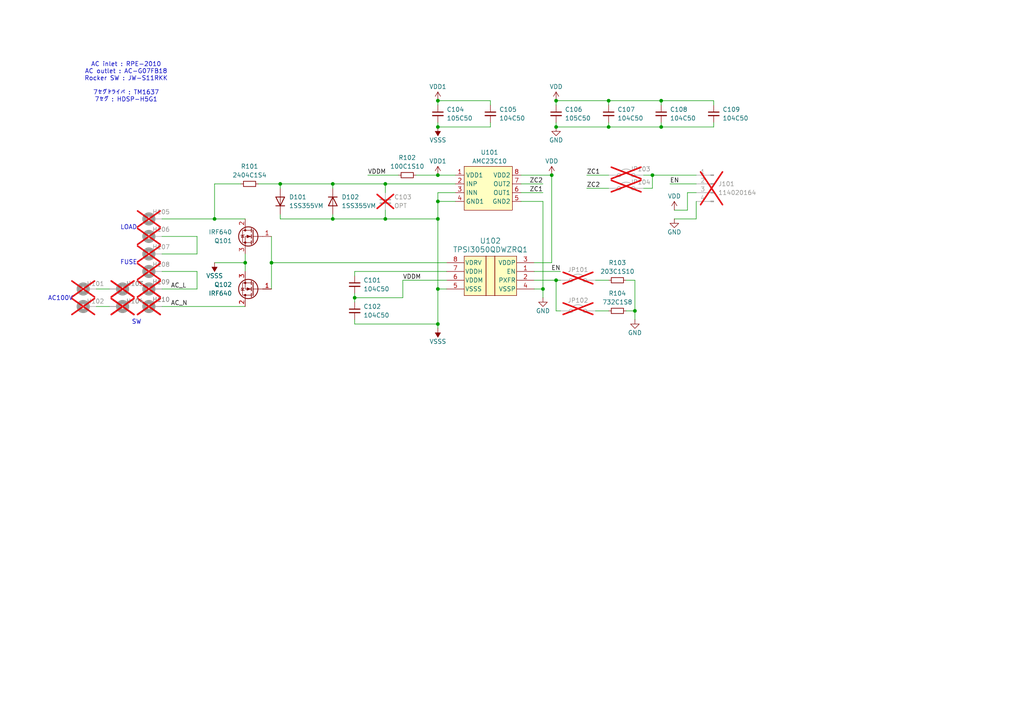
<source format=kicad_sch>
(kicad_sch
	(version 20231120)
	(generator "eeschema")
	(generator_version "8.0")
	(uuid "9f70de02-8abd-4ef2-8255-fff841c2ad6f")
	(paper "A4")
	(lib_symbols
		(symbol "00_Download:TPSI3050QDWZRQ1"
			(pin_names
				(offset 0.254)
			)
			(exclude_from_sim no)
			(in_bom yes)
			(on_board yes)
			(property "Reference" "U"
				(at 5.588 6.096 0)
				(effects
					(font
						(size 1.524 1.524)
					)
				)
			)
			(property "Value" "TPSI3050QDWZRQ1"
				(at 15.494 3.556 0)
				(effects
					(font
						(size 1.524 1.524)
					)
				)
			)
			(property "Footprint" "0_Downloads:DWZ0008A-IPC_A"
				(at 0.254 11.43 0)
				(effects
					(font
						(size 1.27 1.27)
						(italic yes)
					)
					(hide yes)
				)
			)
			(property "Datasheet" "https://www.ti.com/lit/gpn/tpsi3050-q1"
				(at 1.27 14.986 0)
				(effects
					(font
						(size 1.27 1.27)
						(italic yes)
					)
					(hide yes)
				)
			)
			(property "Description" ""
				(at 0 0 0)
				(effects
					(font
						(size 1.27 1.27)
					)
					(hide yes)
				)
			)
			(property "ki_keywords" "TPSI3050QDWZRQ1"
				(at 0 0 0)
				(effects
					(font
						(size 1.27 1.27)
					)
					(hide yes)
				)
			)
			(property "ki_fp_filters" "DWZ0008A-IPC_A DWZ0008A-IPC_B DWZ0008A-IPC_C DWZ0008A-MFG"
				(at 0 0 0)
				(effects
					(font
						(size 1.27 1.27)
					)
					(hide yes)
				)
			)
			(symbol "TPSI3050QDWZRQ1_0_1"
				(polyline
					(pts
						(xy 11.43 1.905) (xy 11.43 -9.525)
					)
					(stroke
						(width 0.2032)
						(type default)
					)
					(fill
						(type none)
					)
				)
				(polyline
					(pts
						(xy 13.97 1.905) (xy 13.97 -9.525)
					)
					(stroke
						(width 0.2032)
						(type default)
					)
					(fill
						(type none)
					)
				)
				(pin input line
					(at 0 -2.54 0)
					(length 5.08)
					(name "EN"
						(effects
							(font
								(size 1.27 1.27)
							)
						)
					)
					(number "1"
						(effects
							(font
								(size 1.27 1.27)
							)
						)
					)
				)
				(pin unspecified line
					(at 0 -5.08 0)
					(length 5.08)
					(name "PXFR"
						(effects
							(font
								(size 1.27 1.27)
							)
						)
					)
					(number "2"
						(effects
							(font
								(size 1.27 1.27)
							)
						)
					)
				)
				(pin power_in line
					(at 0 0 0)
					(length 5.08)
					(name "VDDP"
						(effects
							(font
								(size 1.27 1.27)
							)
						)
					)
					(number "3"
						(effects
							(font
								(size 1.27 1.27)
							)
						)
					)
				)
				(pin power_in line
					(at 0 -7.62 0)
					(length 5.08)
					(name "VSSP"
						(effects
							(font
								(size 1.27 1.27)
							)
						)
					)
					(number "4"
						(effects
							(font
								(size 1.27 1.27)
							)
						)
					)
				)
				(pin power_in line
					(at 25.4 -7.62 180)
					(length 5.08)
					(name "VSSS"
						(effects
							(font
								(size 1.27 1.27)
							)
						)
					)
					(number "5"
						(effects
							(font
								(size 1.27 1.27)
							)
						)
					)
				)
				(pin power_in line
					(at 25.4 -5.08 180)
					(length 5.08)
					(name "VDDM"
						(effects
							(font
								(size 1.27 1.27)
							)
						)
					)
					(number "6"
						(effects
							(font
								(size 1.27 1.27)
							)
						)
					)
				)
				(pin power_in line
					(at 25.4 -2.54 180)
					(length 5.08)
					(name "VDDH"
						(effects
							(font
								(size 1.27 1.27)
							)
						)
					)
					(number "7"
						(effects
							(font
								(size 1.27 1.27)
							)
						)
					)
				)
				(pin unspecified line
					(at 25.4 0 180)
					(length 5.08)
					(name "VDRV"
						(effects
							(font
								(size 1.27 1.27)
							)
						)
					)
					(number "8"
						(effects
							(font
								(size 1.27 1.27)
							)
						)
					)
				)
			)
			(symbol "TPSI3050QDWZRQ1_1_1"
				(rectangle
					(start 5.08 1.905)
					(end 20.32 -9.525)
					(stroke
						(width 0)
						(type default)
					)
					(fill
						(type background)
					)
				)
			)
		)
		(symbol "00_Make:AMC23C10"
			(exclude_from_sim no)
			(in_bom yes)
			(on_board yes)
			(property "Reference" "U"
				(at 2.54 3.556 0)
				(effects
					(font
						(size 1.27 1.27)
					)
				)
			)
			(property "Value" "AMC23C10"
				(at 12.446 3.556 0)
				(effects
					(font
						(size 1.27 1.27)
					)
				)
			)
			(property "Footprint" "Package_SO:SOIC-8_7.5x5.85mm_P1.27mm"
				(at 3.048 10.414 0)
				(effects
					(font
						(size 1.27 1.27)
					)
					(hide yes)
				)
			)
			(property "Datasheet" "https://www.ti.com/jp/lit/gpn/amc23c10"
				(at 2.54 8.128 0)
				(effects
					(font
						(size 1.27 1.27)
					)
					(hide yes)
				)
			)
			(property "Description" ""
				(at 2.54 2.54 0)
				(effects
					(font
						(size 1.27 1.27)
					)
					(hide yes)
				)
			)
			(symbol "AMC23C10_1_1"
				(rectangle
					(start 2.54 2.54)
					(end 16.51 -10.16)
					(stroke
						(width 0)
						(type default)
					)
					(fill
						(type background)
					)
				)
				(pin power_in line
					(at 0 0 0)
					(length 2.54)
					(name "VDD1"
						(effects
							(font
								(size 1.27 1.27)
							)
						)
					)
					(number "1"
						(effects
							(font
								(size 1.27 1.27)
							)
						)
					)
				)
				(pin input line
					(at 0 -2.54 0)
					(length 2.54)
					(name "INP"
						(effects
							(font
								(size 1.27 1.27)
							)
						)
					)
					(number "2"
						(effects
							(font
								(size 1.27 1.27)
							)
						)
					)
				)
				(pin input line
					(at 0 -5.08 0)
					(length 2.54)
					(name "INN"
						(effects
							(font
								(size 1.27 1.27)
							)
						)
					)
					(number "3"
						(effects
							(font
								(size 1.27 1.27)
							)
						)
					)
				)
				(pin power_in line
					(at 0 -7.62 0)
					(length 2.54)
					(name "GND1"
						(effects
							(font
								(size 1.27 1.27)
							)
						)
					)
					(number "4"
						(effects
							(font
								(size 1.27 1.27)
							)
						)
					)
				)
				(pin power_in line
					(at 19.05 -7.62 180)
					(length 2.54)
					(name "GND2"
						(effects
							(font
								(size 1.27 1.27)
							)
						)
					)
					(number "5"
						(effects
							(font
								(size 1.27 1.27)
							)
						)
					)
				)
				(pin output line
					(at 19.05 -5.08 180)
					(length 2.54)
					(name "OUT1"
						(effects
							(font
								(size 1.27 1.27)
							)
						)
					)
					(number "6"
						(effects
							(font
								(size 1.27 1.27)
							)
						)
					)
				)
				(pin output line
					(at 19.05 -2.54 180)
					(length 2.54)
					(name "OUT2"
						(effects
							(font
								(size 1.27 1.27)
							)
						)
					)
					(number "7"
						(effects
							(font
								(size 1.27 1.27)
							)
						)
					)
				)
				(pin power_in line
					(at 19.05 0 180)
					(length 2.54)
					(name "VDD2"
						(effects
							(font
								(size 1.27 1.27)
							)
						)
					)
					(number "8"
						(effects
							(font
								(size 1.27 1.27)
							)
						)
					)
				)
			)
		)
		(symbol "Connector:Conn_01x04_Pin"
			(pin_names
				(offset 1.016) hide)
			(exclude_from_sim no)
			(in_bom yes)
			(on_board yes)
			(property "Reference" "J"
				(at 0 5.08 0)
				(effects
					(font
						(size 1.27 1.27)
					)
				)
			)
			(property "Value" "Conn_01x04_Pin"
				(at 0 -7.62 0)
				(effects
					(font
						(size 1.27 1.27)
					)
				)
			)
			(property "Footprint" ""
				(at 0 0 0)
				(effects
					(font
						(size 1.27 1.27)
					)
					(hide yes)
				)
			)
			(property "Datasheet" "~"
				(at 0 0 0)
				(effects
					(font
						(size 1.27 1.27)
					)
					(hide yes)
				)
			)
			(property "Description" "Generic connector, single row, 01x04, script generated"
				(at 0 0 0)
				(effects
					(font
						(size 1.27 1.27)
					)
					(hide yes)
				)
			)
			(property "ki_locked" ""
				(at 0 0 0)
				(effects
					(font
						(size 1.27 1.27)
					)
				)
			)
			(property "ki_keywords" "connector"
				(at 0 0 0)
				(effects
					(font
						(size 1.27 1.27)
					)
					(hide yes)
				)
			)
			(property "ki_fp_filters" "Connector*:*_1x??_*"
				(at 0 0 0)
				(effects
					(font
						(size 1.27 1.27)
					)
					(hide yes)
				)
			)
			(symbol "Conn_01x04_Pin_1_1"
				(polyline
					(pts
						(xy 1.27 -5.08) (xy 0.8636 -5.08)
					)
					(stroke
						(width 0.1524)
						(type default)
					)
					(fill
						(type none)
					)
				)
				(polyline
					(pts
						(xy 1.27 -2.54) (xy 0.8636 -2.54)
					)
					(stroke
						(width 0.1524)
						(type default)
					)
					(fill
						(type none)
					)
				)
				(polyline
					(pts
						(xy 1.27 0) (xy 0.8636 0)
					)
					(stroke
						(width 0.1524)
						(type default)
					)
					(fill
						(type none)
					)
				)
				(polyline
					(pts
						(xy 1.27 2.54) (xy 0.8636 2.54)
					)
					(stroke
						(width 0.1524)
						(type default)
					)
					(fill
						(type none)
					)
				)
				(rectangle
					(start 0.8636 -4.953)
					(end 0 -5.207)
					(stroke
						(width 0.1524)
						(type default)
					)
					(fill
						(type outline)
					)
				)
				(rectangle
					(start 0.8636 -2.413)
					(end 0 -2.667)
					(stroke
						(width 0.1524)
						(type default)
					)
					(fill
						(type outline)
					)
				)
				(rectangle
					(start 0.8636 0.127)
					(end 0 -0.127)
					(stroke
						(width 0.1524)
						(type default)
					)
					(fill
						(type outline)
					)
				)
				(rectangle
					(start 0.8636 2.667)
					(end 0 2.413)
					(stroke
						(width 0.1524)
						(type default)
					)
					(fill
						(type outline)
					)
				)
				(pin passive line
					(at 5.08 2.54 180)
					(length 3.81)
					(name "Pin_1"
						(effects
							(font
								(size 1.27 1.27)
							)
						)
					)
					(number "1"
						(effects
							(font
								(size 1.27 1.27)
							)
						)
					)
				)
				(pin passive line
					(at 5.08 0 180)
					(length 3.81)
					(name "Pin_2"
						(effects
							(font
								(size 1.27 1.27)
							)
						)
					)
					(number "2"
						(effects
							(font
								(size 1.27 1.27)
							)
						)
					)
				)
				(pin passive line
					(at 5.08 -2.54 180)
					(length 3.81)
					(name "Pin_3"
						(effects
							(font
								(size 1.27 1.27)
							)
						)
					)
					(number "3"
						(effects
							(font
								(size 1.27 1.27)
							)
						)
					)
				)
				(pin passive line
					(at 5.08 -5.08 180)
					(length 3.81)
					(name "Pin_4"
						(effects
							(font
								(size 1.27 1.27)
							)
						)
					)
					(number "4"
						(effects
							(font
								(size 1.27 1.27)
							)
						)
					)
				)
			)
		)
		(symbol "Device:C_Small"
			(pin_numbers hide)
			(pin_names
				(offset 0.254) hide)
			(exclude_from_sim no)
			(in_bom yes)
			(on_board yes)
			(property "Reference" "C"
				(at 0.254 1.778 0)
				(effects
					(font
						(size 1.27 1.27)
					)
					(justify left)
				)
			)
			(property "Value" "C_Small"
				(at 0.254 -2.032 0)
				(effects
					(font
						(size 1.27 1.27)
					)
					(justify left)
				)
			)
			(property "Footprint" ""
				(at 0 0 0)
				(effects
					(font
						(size 1.27 1.27)
					)
					(hide yes)
				)
			)
			(property "Datasheet" "~"
				(at 0 0 0)
				(effects
					(font
						(size 1.27 1.27)
					)
					(hide yes)
				)
			)
			(property "Description" "Unpolarized capacitor, small symbol"
				(at 0 0 0)
				(effects
					(font
						(size 1.27 1.27)
					)
					(hide yes)
				)
			)
			(property "ki_keywords" "capacitor cap"
				(at 0 0 0)
				(effects
					(font
						(size 1.27 1.27)
					)
					(hide yes)
				)
			)
			(property "ki_fp_filters" "C_*"
				(at 0 0 0)
				(effects
					(font
						(size 1.27 1.27)
					)
					(hide yes)
				)
			)
			(symbol "C_Small_0_1"
				(polyline
					(pts
						(xy -1.524 -0.508) (xy 1.524 -0.508)
					)
					(stroke
						(width 0.3302)
						(type default)
					)
					(fill
						(type none)
					)
				)
				(polyline
					(pts
						(xy -1.524 0.508) (xy 1.524 0.508)
					)
					(stroke
						(width 0.3048)
						(type default)
					)
					(fill
						(type none)
					)
				)
			)
			(symbol "C_Small_1_1"
				(pin passive line
					(at 0 2.54 270)
					(length 2.032)
					(name "~"
						(effects
							(font
								(size 1.27 1.27)
							)
						)
					)
					(number "1"
						(effects
							(font
								(size 1.27 1.27)
							)
						)
					)
				)
				(pin passive line
					(at 0 -2.54 90)
					(length 2.032)
					(name "~"
						(effects
							(font
								(size 1.27 1.27)
							)
						)
					)
					(number "2"
						(effects
							(font
								(size 1.27 1.27)
							)
						)
					)
				)
			)
		)
		(symbol "Device:Q_NMOS_GDS"
			(pin_names
				(offset 0) hide)
			(exclude_from_sim no)
			(in_bom yes)
			(on_board yes)
			(property "Reference" "Q"
				(at 5.08 1.27 0)
				(effects
					(font
						(size 1.27 1.27)
					)
					(justify left)
				)
			)
			(property "Value" "Q_NMOS_GDS"
				(at 5.08 -1.27 0)
				(effects
					(font
						(size 1.27 1.27)
					)
					(justify left)
				)
			)
			(property "Footprint" ""
				(at 5.08 2.54 0)
				(effects
					(font
						(size 1.27 1.27)
					)
					(hide yes)
				)
			)
			(property "Datasheet" "~"
				(at 0 0 0)
				(effects
					(font
						(size 1.27 1.27)
					)
					(hide yes)
				)
			)
			(property "Description" "N-MOSFET transistor, gate/drain/source"
				(at 0 0 0)
				(effects
					(font
						(size 1.27 1.27)
					)
					(hide yes)
				)
			)
			(property "ki_keywords" "transistor NMOS N-MOS N-MOSFET"
				(at 0 0 0)
				(effects
					(font
						(size 1.27 1.27)
					)
					(hide yes)
				)
			)
			(symbol "Q_NMOS_GDS_0_1"
				(polyline
					(pts
						(xy 0.254 0) (xy -2.54 0)
					)
					(stroke
						(width 0)
						(type default)
					)
					(fill
						(type none)
					)
				)
				(polyline
					(pts
						(xy 0.254 1.905) (xy 0.254 -1.905)
					)
					(stroke
						(width 0.254)
						(type default)
					)
					(fill
						(type none)
					)
				)
				(polyline
					(pts
						(xy 0.762 -1.27) (xy 0.762 -2.286)
					)
					(stroke
						(width 0.254)
						(type default)
					)
					(fill
						(type none)
					)
				)
				(polyline
					(pts
						(xy 0.762 0.508) (xy 0.762 -0.508)
					)
					(stroke
						(width 0.254)
						(type default)
					)
					(fill
						(type none)
					)
				)
				(polyline
					(pts
						(xy 0.762 2.286) (xy 0.762 1.27)
					)
					(stroke
						(width 0.254)
						(type default)
					)
					(fill
						(type none)
					)
				)
				(polyline
					(pts
						(xy 2.54 2.54) (xy 2.54 1.778)
					)
					(stroke
						(width 0)
						(type default)
					)
					(fill
						(type none)
					)
				)
				(polyline
					(pts
						(xy 2.54 -2.54) (xy 2.54 0) (xy 0.762 0)
					)
					(stroke
						(width 0)
						(type default)
					)
					(fill
						(type none)
					)
				)
				(polyline
					(pts
						(xy 0.762 -1.778) (xy 3.302 -1.778) (xy 3.302 1.778) (xy 0.762 1.778)
					)
					(stroke
						(width 0)
						(type default)
					)
					(fill
						(type none)
					)
				)
				(polyline
					(pts
						(xy 1.016 0) (xy 2.032 0.381) (xy 2.032 -0.381) (xy 1.016 0)
					)
					(stroke
						(width 0)
						(type default)
					)
					(fill
						(type outline)
					)
				)
				(polyline
					(pts
						(xy 2.794 0.508) (xy 2.921 0.381) (xy 3.683 0.381) (xy 3.81 0.254)
					)
					(stroke
						(width 0)
						(type default)
					)
					(fill
						(type none)
					)
				)
				(polyline
					(pts
						(xy 3.302 0.381) (xy 2.921 -0.254) (xy 3.683 -0.254) (xy 3.302 0.381)
					)
					(stroke
						(width 0)
						(type default)
					)
					(fill
						(type none)
					)
				)
				(circle
					(center 1.651 0)
					(radius 2.794)
					(stroke
						(width 0.254)
						(type default)
					)
					(fill
						(type none)
					)
				)
				(circle
					(center 2.54 -1.778)
					(radius 0.254)
					(stroke
						(width 0)
						(type default)
					)
					(fill
						(type outline)
					)
				)
				(circle
					(center 2.54 1.778)
					(radius 0.254)
					(stroke
						(width 0)
						(type default)
					)
					(fill
						(type outline)
					)
				)
			)
			(symbol "Q_NMOS_GDS_1_1"
				(pin input line
					(at -5.08 0 0)
					(length 2.54)
					(name "G"
						(effects
							(font
								(size 1.27 1.27)
							)
						)
					)
					(number "1"
						(effects
							(font
								(size 1.27 1.27)
							)
						)
					)
				)
				(pin passive line
					(at 2.54 5.08 270)
					(length 2.54)
					(name "D"
						(effects
							(font
								(size 1.27 1.27)
							)
						)
					)
					(number "2"
						(effects
							(font
								(size 1.27 1.27)
							)
						)
					)
				)
				(pin passive line
					(at 2.54 -5.08 90)
					(length 2.54)
					(name "S"
						(effects
							(font
								(size 1.27 1.27)
							)
						)
					)
					(number "3"
						(effects
							(font
								(size 1.27 1.27)
							)
						)
					)
				)
			)
		)
		(symbol "Device:R_Small"
			(pin_numbers hide)
			(pin_names
				(offset 0.254) hide)
			(exclude_from_sim no)
			(in_bom yes)
			(on_board yes)
			(property "Reference" "R"
				(at 0.762 0.508 0)
				(effects
					(font
						(size 1.27 1.27)
					)
					(justify left)
				)
			)
			(property "Value" "R_Small"
				(at 0.762 -1.016 0)
				(effects
					(font
						(size 1.27 1.27)
					)
					(justify left)
				)
			)
			(property "Footprint" ""
				(at 0 0 0)
				(effects
					(font
						(size 1.27 1.27)
					)
					(hide yes)
				)
			)
			(property "Datasheet" "~"
				(at 0 0 0)
				(effects
					(font
						(size 1.27 1.27)
					)
					(hide yes)
				)
			)
			(property "Description" "Resistor, small symbol"
				(at 0 0 0)
				(effects
					(font
						(size 1.27 1.27)
					)
					(hide yes)
				)
			)
			(property "ki_keywords" "R resistor"
				(at 0 0 0)
				(effects
					(font
						(size 1.27 1.27)
					)
					(hide yes)
				)
			)
			(property "ki_fp_filters" "R_*"
				(at 0 0 0)
				(effects
					(font
						(size 1.27 1.27)
					)
					(hide yes)
				)
			)
			(symbol "R_Small_0_1"
				(rectangle
					(start -0.762 1.778)
					(end 0.762 -1.778)
					(stroke
						(width 0.2032)
						(type default)
					)
					(fill
						(type none)
					)
				)
			)
			(symbol "R_Small_1_1"
				(pin passive line
					(at 0 2.54 270)
					(length 0.762)
					(name "~"
						(effects
							(font
								(size 1.27 1.27)
							)
						)
					)
					(number "1"
						(effects
							(font
								(size 1.27 1.27)
							)
						)
					)
				)
				(pin passive line
					(at 0 -2.54 90)
					(length 0.762)
					(name "~"
						(effects
							(font
								(size 1.27 1.27)
							)
						)
					)
					(number "2"
						(effects
							(font
								(size 1.27 1.27)
							)
						)
					)
				)
			)
		)
		(symbol "Diode:1SS355VM"
			(pin_numbers hide)
			(pin_names hide)
			(exclude_from_sim no)
			(in_bom yes)
			(on_board yes)
			(property "Reference" "D"
				(at 0 2.54 0)
				(effects
					(font
						(size 1.27 1.27)
					)
				)
			)
			(property "Value" "1SS355VM"
				(at 0 -2.54 0)
				(effects
					(font
						(size 1.27 1.27)
					)
				)
			)
			(property "Footprint" "Diode_SMD:D_SOD-323F"
				(at 0 -4.445 0)
				(effects
					(font
						(size 1.27 1.27)
					)
					(hide yes)
				)
			)
			(property "Datasheet" "https://fscdn.rohm.com/en/products/databook/datasheet/discrete/diode/switching/1ss355vmte-17-e.pdf"
				(at 0 0 0)
				(effects
					(font
						(size 1.27 1.27)
					)
					(hide yes)
				)
			)
			(property "Description" "90V 0.1A high speed switching Diode, SOD-323F"
				(at 0 0 0)
				(effects
					(font
						(size 1.27 1.27)
					)
					(hide yes)
				)
			)
			(property "Sim.Device" "D"
				(at 0 0 0)
				(effects
					(font
						(size 1.27 1.27)
					)
					(hide yes)
				)
			)
			(property "Sim.Pins" "1=K 2=A"
				(at 0 0 0)
				(effects
					(font
						(size 1.27 1.27)
					)
					(hide yes)
				)
			)
			(property "ki_keywords" "diode"
				(at 0 0 0)
				(effects
					(font
						(size 1.27 1.27)
					)
					(hide yes)
				)
			)
			(property "ki_fp_filters" "D*SOD?323F*"
				(at 0 0 0)
				(effects
					(font
						(size 1.27 1.27)
					)
					(hide yes)
				)
			)
			(symbol "1SS355VM_0_1"
				(polyline
					(pts
						(xy -1.27 1.27) (xy -1.27 -1.27)
					)
					(stroke
						(width 0.254)
						(type default)
					)
					(fill
						(type none)
					)
				)
				(polyline
					(pts
						(xy 1.27 0) (xy -1.27 0)
					)
					(stroke
						(width 0)
						(type default)
					)
					(fill
						(type none)
					)
				)
				(polyline
					(pts
						(xy 1.27 1.27) (xy 1.27 -1.27) (xy -1.27 0) (xy 1.27 1.27)
					)
					(stroke
						(width 0.254)
						(type default)
					)
					(fill
						(type none)
					)
				)
			)
			(symbol "1SS355VM_1_1"
				(pin passive line
					(at -3.81 0 0)
					(length 2.54)
					(name "K"
						(effects
							(font
								(size 1.27 1.27)
							)
						)
					)
					(number "1"
						(effects
							(font
								(size 1.27 1.27)
							)
						)
					)
				)
				(pin passive line
					(at 3.81 0 180)
					(length 2.54)
					(name "A"
						(effects
							(font
								(size 1.27 1.27)
							)
						)
					)
					(number "2"
						(effects
							(font
								(size 1.27 1.27)
							)
						)
					)
				)
			)
		)
		(symbol "Jumper:Jumper_2_Open"
			(pin_numbers hide)
			(pin_names
				(offset 0) hide)
			(exclude_from_sim yes)
			(in_bom yes)
			(on_board yes)
			(property "Reference" "JP"
				(at 0 2.794 0)
				(effects
					(font
						(size 1.27 1.27)
					)
				)
			)
			(property "Value" "Jumper_2_Open"
				(at 0 -2.286 0)
				(effects
					(font
						(size 1.27 1.27)
					)
				)
			)
			(property "Footprint" ""
				(at 0 0 0)
				(effects
					(font
						(size 1.27 1.27)
					)
					(hide yes)
				)
			)
			(property "Datasheet" "~"
				(at 0 0 0)
				(effects
					(font
						(size 1.27 1.27)
					)
					(hide yes)
				)
			)
			(property "Description" "Jumper, 2-pole, open"
				(at 0 0 0)
				(effects
					(font
						(size 1.27 1.27)
					)
					(hide yes)
				)
			)
			(property "ki_keywords" "Jumper SPST"
				(at 0 0 0)
				(effects
					(font
						(size 1.27 1.27)
					)
					(hide yes)
				)
			)
			(property "ki_fp_filters" "Jumper* TestPoint*2Pads* TestPoint*Bridge*"
				(at 0 0 0)
				(effects
					(font
						(size 1.27 1.27)
					)
					(hide yes)
				)
			)
			(symbol "Jumper_2_Open_0_0"
				(circle
					(center -2.032 0)
					(radius 0.508)
					(stroke
						(width 0)
						(type default)
					)
					(fill
						(type none)
					)
				)
				(circle
					(center 2.032 0)
					(radius 0.508)
					(stroke
						(width 0)
						(type default)
					)
					(fill
						(type none)
					)
				)
			)
			(symbol "Jumper_2_Open_0_1"
				(arc
					(start 1.524 1.27)
					(mid 0 1.778)
					(end -1.524 1.27)
					(stroke
						(width 0)
						(type default)
					)
					(fill
						(type none)
					)
				)
			)
			(symbol "Jumper_2_Open_1_1"
				(pin passive line
					(at -5.08 0 0)
					(length 2.54)
					(name "A"
						(effects
							(font
								(size 1.27 1.27)
							)
						)
					)
					(number "1"
						(effects
							(font
								(size 1.27 1.27)
							)
						)
					)
				)
				(pin passive line
					(at 5.08 0 180)
					(length 2.54)
					(name "B"
						(effects
							(font
								(size 1.27 1.27)
							)
						)
					)
					(number "2"
						(effects
							(font
								(size 1.27 1.27)
							)
						)
					)
				)
			)
		)
		(symbol "Mechanical:MountingHole_Pad"
			(pin_numbers hide)
			(pin_names
				(offset 1.016) hide)
			(exclude_from_sim yes)
			(in_bom no)
			(on_board yes)
			(property "Reference" "H"
				(at 0 6.35 0)
				(effects
					(font
						(size 1.27 1.27)
					)
				)
			)
			(property "Value" "MountingHole_Pad"
				(at 0 4.445 0)
				(effects
					(font
						(size 1.27 1.27)
					)
				)
			)
			(property "Footprint" ""
				(at 0 0 0)
				(effects
					(font
						(size 1.27 1.27)
					)
					(hide yes)
				)
			)
			(property "Datasheet" "~"
				(at 0 0 0)
				(effects
					(font
						(size 1.27 1.27)
					)
					(hide yes)
				)
			)
			(property "Description" "Mounting Hole with connection"
				(at 0 0 0)
				(effects
					(font
						(size 1.27 1.27)
					)
					(hide yes)
				)
			)
			(property "ki_keywords" "mounting hole"
				(at 0 0 0)
				(effects
					(font
						(size 1.27 1.27)
					)
					(hide yes)
				)
			)
			(property "ki_fp_filters" "MountingHole*Pad*"
				(at 0 0 0)
				(effects
					(font
						(size 1.27 1.27)
					)
					(hide yes)
				)
			)
			(symbol "MountingHole_Pad_0_1"
				(circle
					(center 0 1.27)
					(radius 1.27)
					(stroke
						(width 1.27)
						(type default)
					)
					(fill
						(type none)
					)
				)
			)
			(symbol "MountingHole_Pad_1_1"
				(pin input line
					(at 0 -2.54 90)
					(length 2.54)
					(name "1"
						(effects
							(font
								(size 1.27 1.27)
							)
						)
					)
					(number "1"
						(effects
							(font
								(size 1.27 1.27)
							)
						)
					)
				)
			)
		)
		(symbol "power:GND"
			(power)
			(pin_numbers hide)
			(pin_names
				(offset 0) hide)
			(exclude_from_sim no)
			(in_bom yes)
			(on_board yes)
			(property "Reference" "#PWR"
				(at 0 -6.35 0)
				(effects
					(font
						(size 1.27 1.27)
					)
					(hide yes)
				)
			)
			(property "Value" "GND"
				(at 0 -3.81 0)
				(effects
					(font
						(size 1.27 1.27)
					)
				)
			)
			(property "Footprint" ""
				(at 0 0 0)
				(effects
					(font
						(size 1.27 1.27)
					)
					(hide yes)
				)
			)
			(property "Datasheet" ""
				(at 0 0 0)
				(effects
					(font
						(size 1.27 1.27)
					)
					(hide yes)
				)
			)
			(property "Description" "Power symbol creates a global label with name \"GND\" , ground"
				(at 0 0 0)
				(effects
					(font
						(size 1.27 1.27)
					)
					(hide yes)
				)
			)
			(property "ki_keywords" "global power"
				(at 0 0 0)
				(effects
					(font
						(size 1.27 1.27)
					)
					(hide yes)
				)
			)
			(symbol "GND_0_1"
				(polyline
					(pts
						(xy 0 0) (xy 0 -1.27) (xy 1.27 -1.27) (xy 0 -2.54) (xy -1.27 -1.27) (xy 0 -1.27)
					)
					(stroke
						(width 0)
						(type default)
					)
					(fill
						(type none)
					)
				)
			)
			(symbol "GND_1_1"
				(pin power_in line
					(at 0 0 270)
					(length 0)
					(name "~"
						(effects
							(font
								(size 1.27 1.27)
							)
						)
					)
					(number "1"
						(effects
							(font
								(size 1.27 1.27)
							)
						)
					)
				)
			)
		)
		(symbol "power:VDD"
			(power)
			(pin_numbers hide)
			(pin_names
				(offset 0) hide)
			(exclude_from_sim no)
			(in_bom yes)
			(on_board yes)
			(property "Reference" "#PWR"
				(at 0 -3.81 0)
				(effects
					(font
						(size 1.27 1.27)
					)
					(hide yes)
				)
			)
			(property "Value" "VDD"
				(at 0 3.556 0)
				(effects
					(font
						(size 1.27 1.27)
					)
				)
			)
			(property "Footprint" ""
				(at 0 0 0)
				(effects
					(font
						(size 1.27 1.27)
					)
					(hide yes)
				)
			)
			(property "Datasheet" ""
				(at 0 0 0)
				(effects
					(font
						(size 1.27 1.27)
					)
					(hide yes)
				)
			)
			(property "Description" "Power symbol creates a global label with name \"VDD\""
				(at 0 0 0)
				(effects
					(font
						(size 1.27 1.27)
					)
					(hide yes)
				)
			)
			(property "ki_keywords" "global power"
				(at 0 0 0)
				(effects
					(font
						(size 1.27 1.27)
					)
					(hide yes)
				)
			)
			(symbol "VDD_0_1"
				(polyline
					(pts
						(xy -0.762 1.27) (xy 0 2.54)
					)
					(stroke
						(width 0)
						(type default)
					)
					(fill
						(type none)
					)
				)
				(polyline
					(pts
						(xy 0 0) (xy 0 2.54)
					)
					(stroke
						(width 0)
						(type default)
					)
					(fill
						(type none)
					)
				)
				(polyline
					(pts
						(xy 0 2.54) (xy 0.762 1.27)
					)
					(stroke
						(width 0)
						(type default)
					)
					(fill
						(type none)
					)
				)
			)
			(symbol "VDD_1_1"
				(pin power_in line
					(at 0 0 90)
					(length 0)
					(name "~"
						(effects
							(font
								(size 1.27 1.27)
							)
						)
					)
					(number "1"
						(effects
							(font
								(size 1.27 1.27)
							)
						)
					)
				)
			)
		)
		(symbol "power:VSS"
			(power)
			(pin_numbers hide)
			(pin_names
				(offset 0) hide)
			(exclude_from_sim no)
			(in_bom yes)
			(on_board yes)
			(property "Reference" "#PWR"
				(at 0 -3.81 0)
				(effects
					(font
						(size 1.27 1.27)
					)
					(hide yes)
				)
			)
			(property "Value" "VSS"
				(at 0 3.556 0)
				(effects
					(font
						(size 1.27 1.27)
					)
				)
			)
			(property "Footprint" ""
				(at 0 0 0)
				(effects
					(font
						(size 1.27 1.27)
					)
					(hide yes)
				)
			)
			(property "Datasheet" ""
				(at 0 0 0)
				(effects
					(font
						(size 1.27 1.27)
					)
					(hide yes)
				)
			)
			(property "Description" "Power symbol creates a global label with name \"VSS\""
				(at 0 0 0)
				(effects
					(font
						(size 1.27 1.27)
					)
					(hide yes)
				)
			)
			(property "ki_keywords" "global power"
				(at 0 0 0)
				(effects
					(font
						(size 1.27 1.27)
					)
					(hide yes)
				)
			)
			(symbol "VSS_0_1"
				(polyline
					(pts
						(xy 0 0) (xy 0 2.54)
					)
					(stroke
						(width 0)
						(type default)
					)
					(fill
						(type none)
					)
				)
				(polyline
					(pts
						(xy 0.762 1.27) (xy -0.762 1.27) (xy 0 2.54) (xy 0.762 1.27)
					)
					(stroke
						(width 0)
						(type default)
					)
					(fill
						(type outline)
					)
				)
			)
			(symbol "VSS_1_1"
				(pin power_in line
					(at 0 0 90)
					(length 0)
					(name "~"
						(effects
							(font
								(size 1.27 1.27)
							)
						)
					)
					(number "1"
						(effects
							(font
								(size 1.27 1.27)
							)
						)
					)
				)
			)
		)
	)
	(junction
		(at 157.48 83.82)
		(diameter 0)
		(color 0 0 0 0)
		(uuid "063aa463-79e2-42ac-ac1a-0c1d651fab80")
	)
	(junction
		(at 127 58.42)
		(diameter 0)
		(color 0 0 0 0)
		(uuid "11c2c044-a7cb-4edb-b284-3d98aa545928")
	)
	(junction
		(at 96.52 63.5)
		(diameter 0)
		(color 0 0 0 0)
		(uuid "1226bb42-3c01-4615-bcc1-9bdfe438f8e4")
	)
	(junction
		(at 127 83.82)
		(diameter 0)
		(color 0 0 0 0)
		(uuid "26479a0e-8fd5-48c4-8f71-103b2f148464")
	)
	(junction
		(at 62.23 63.5)
		(diameter 0)
		(color 0 0 0 0)
		(uuid "3fd78763-5d60-42b6-a1a6-5ea78cd36e6b")
	)
	(junction
		(at 191.77 36.83)
		(diameter 0)
		(color 0 0 0 0)
		(uuid "42a0b42b-be98-4b66-8ce2-68063304f8b4")
	)
	(junction
		(at 160.02 50.8)
		(diameter 0)
		(color 0 0 0 0)
		(uuid "4794cd18-09ab-48d1-98a4-16e89d549982")
	)
	(junction
		(at 78.74 76.2)
		(diameter 0)
		(color 0 0 0 0)
		(uuid "74233c9c-61d9-4797-95ce-a64cedb1a1d6")
	)
	(junction
		(at 127 63.5)
		(diameter 0)
		(color 0 0 0 0)
		(uuid "75d9d594-d476-4a2b-8bf0-d4dbdb96ae86")
	)
	(junction
		(at 127 36.83)
		(diameter 0)
		(color 0 0 0 0)
		(uuid "76ded20a-bb83-4497-b13e-39fe95d9c8d5")
	)
	(junction
		(at 96.52 53.34)
		(diameter 0)
		(color 0 0 0 0)
		(uuid "81c1dbae-ce17-4523-9af8-8bf2bcd28c83")
	)
	(junction
		(at 81.28 53.34)
		(diameter 0)
		(color 0 0 0 0)
		(uuid "87b98a92-0162-46e1-9741-0fe3a3f0853a")
	)
	(junction
		(at 102.87 86.36)
		(diameter 0)
		(color 0 0 0 0)
		(uuid "8f0d4ace-aaf8-4879-a6fb-5a1c34dfd5f4")
	)
	(junction
		(at 111.76 63.5)
		(diameter 0)
		(color 0 0 0 0)
		(uuid "922a4377-48d9-486f-8bee-b55d385e1e44")
	)
	(junction
		(at 176.53 36.83)
		(diameter 0)
		(color 0 0 0 0)
		(uuid "924d4089-783d-45b0-9b79-8ddecab4106e")
	)
	(junction
		(at 127 50.8)
		(diameter 0)
		(color 0 0 0 0)
		(uuid "9321a466-f5f6-40fe-9363-49af182e2448")
	)
	(junction
		(at 127 29.21)
		(diameter 0)
		(color 0 0 0 0)
		(uuid "94a6cac2-4aff-4b3d-b0a2-568131bd3a41")
	)
	(junction
		(at 161.29 29.21)
		(diameter 0)
		(color 0 0 0 0)
		(uuid "9d69ecd4-286e-4323-b380-7f6a648676a2")
	)
	(junction
		(at 71.12 76.2)
		(diameter 0)
		(color 0 0 0 0)
		(uuid "a47acd15-2cc3-4658-82ba-31b8127566bb")
	)
	(junction
		(at 191.77 29.21)
		(diameter 0)
		(color 0 0 0 0)
		(uuid "aaf5de73-567b-401c-ac98-769e95e15f85")
	)
	(junction
		(at 127 93.98)
		(diameter 0)
		(color 0 0 0 0)
		(uuid "bb832d73-f362-4ca5-a30c-5fd90a20bbd7")
	)
	(junction
		(at 189.23 50.8)
		(diameter 0)
		(color 0 0 0 0)
		(uuid "c45624c9-c9f2-453a-a891-1e318610e44f")
	)
	(junction
		(at 176.53 29.21)
		(diameter 0)
		(color 0 0 0 0)
		(uuid "c90cf375-71b9-4cb8-acd9-5a8097fc53e3")
	)
	(junction
		(at 184.15 90.17)
		(diameter 0)
		(color 0 0 0 0)
		(uuid "dcafe331-cbd6-401a-a132-9f66bc43af7f")
	)
	(junction
		(at 161.29 81.28)
		(diameter 0)
		(color 0 0 0 0)
		(uuid "e81bc1ab-43bc-49e9-bc09-3f2dd5271025")
	)
	(junction
		(at 161.29 36.83)
		(diameter 0)
		(color 0 0 0 0)
		(uuid "efe34669-92a1-49b2-9207-219604b4d4d3")
	)
	(junction
		(at 111.76 53.34)
		(diameter 0)
		(color 0 0 0 0)
		(uuid "f00a3375-33ad-461f-8c9b-1e584134b122")
	)
	(wire
		(pts
			(xy 176.53 29.21) (xy 191.77 29.21)
		)
		(stroke
			(width 0)
			(type default)
		)
		(uuid "00f76e31-5d57-446d-97f9-7bef836f35d9")
	)
	(wire
		(pts
			(xy 127 50.8) (xy 132.08 50.8)
		)
		(stroke
			(width 0)
			(type default)
		)
		(uuid "05ee5012-a4d0-4909-b70a-0371ab6eee03")
	)
	(wire
		(pts
			(xy 111.76 63.5) (xy 111.76 60.96)
		)
		(stroke
			(width 0)
			(type default)
		)
		(uuid "0bfce36e-d958-4eb8-85f0-cf2e5a248ccc")
	)
	(wire
		(pts
			(xy 78.74 76.2) (xy 129.54 76.2)
		)
		(stroke
			(width 0)
			(type default)
		)
		(uuid "0e8d0481-f032-4030-a609-cb92829196af")
	)
	(wire
		(pts
			(xy 27.94 83.82) (xy 31.75 83.82)
		)
		(stroke
			(width 0)
			(type default)
		)
		(uuid "12dc1d32-f6bb-4df4-8334-1eb3ccbbbe88")
	)
	(wire
		(pts
			(xy 127 29.21) (xy 127 30.48)
		)
		(stroke
			(width 0)
			(type default)
		)
		(uuid "12e03d0f-b160-4295-97d4-590af19db892")
	)
	(wire
		(pts
			(xy 161.29 90.17) (xy 162.56 90.17)
		)
		(stroke
			(width 0)
			(type default)
		)
		(uuid "14074fed-7fb0-4026-a6fe-f2e08ba56cdd")
	)
	(wire
		(pts
			(xy 201.93 63.5) (xy 201.93 58.42)
		)
		(stroke
			(width 0)
			(type default)
		)
		(uuid "18acabcd-f805-4e40-83d5-b8f4653a1c7f")
	)
	(wire
		(pts
			(xy 160.02 50.8) (xy 160.02 76.2)
		)
		(stroke
			(width 0)
			(type default)
		)
		(uuid "19b98d8b-e161-4ce1-ac14-418d80bc5e25")
	)
	(wire
		(pts
			(xy 201.93 55.88) (xy 199.39 55.88)
		)
		(stroke
			(width 0)
			(type default)
		)
		(uuid "1d05e71e-6a36-4d81-a596-399248ff5093")
	)
	(wire
		(pts
			(xy 71.12 73.66) (xy 71.12 76.2)
		)
		(stroke
			(width 0)
			(type default)
		)
		(uuid "1eec20a0-67ba-48ad-955b-181bc137232e")
	)
	(wire
		(pts
			(xy 102.87 87.63) (xy 102.87 86.36)
		)
		(stroke
			(width 0)
			(type default)
		)
		(uuid "1f8c6251-17ae-4f6b-b0c5-e477249c3f28")
	)
	(wire
		(pts
			(xy 161.29 29.21) (xy 176.53 29.21)
		)
		(stroke
			(width 0)
			(type default)
		)
		(uuid "21c3dab8-8309-487e-b441-b09b8c5a603f")
	)
	(wire
		(pts
			(xy 176.53 36.83) (xy 176.53 35.56)
		)
		(stroke
			(width 0)
			(type default)
		)
		(uuid "220aeea8-f02e-449c-837d-a7249dfeb1f9")
	)
	(wire
		(pts
			(xy 162.56 78.74) (xy 154.94 78.74)
		)
		(stroke
			(width 0)
			(type default)
		)
		(uuid "223c8d8f-fc2f-4e3f-8138-f3cbcd505b7c")
	)
	(wire
		(pts
			(xy 127 58.42) (xy 132.08 58.42)
		)
		(stroke
			(width 0)
			(type default)
		)
		(uuid "2518c76a-142d-41e5-95dc-8718398a256a")
	)
	(wire
		(pts
			(xy 161.29 29.21) (xy 161.29 30.48)
		)
		(stroke
			(width 0)
			(type default)
		)
		(uuid "25b17908-a499-4da1-b998-63186db2d0a3")
	)
	(wire
		(pts
			(xy 46.99 83.82) (xy 57.15 83.82)
		)
		(stroke
			(width 0)
			(type default)
		)
		(uuid "26cf5831-893e-4943-8912-718eb15c47e2")
	)
	(wire
		(pts
			(xy 189.23 50.8) (xy 201.93 50.8)
		)
		(stroke
			(width 0)
			(type default)
		)
		(uuid "272ced19-f960-4cfe-968e-72777c386713")
	)
	(wire
		(pts
			(xy 157.48 55.88) (xy 151.13 55.88)
		)
		(stroke
			(width 0)
			(type default)
		)
		(uuid "28416246-9d4c-4985-872f-3a214b273726")
	)
	(wire
		(pts
			(xy 102.87 93.98) (xy 127 93.98)
		)
		(stroke
			(width 0)
			(type default)
		)
		(uuid "2aa6e524-e519-4bb4-9ae0-5705a9ddb611")
	)
	(wire
		(pts
			(xy 184.15 81.28) (xy 181.61 81.28)
		)
		(stroke
			(width 0)
			(type default)
		)
		(uuid "2ab8b23f-fd6c-4228-9710-b44ae0e046bd")
	)
	(wire
		(pts
			(xy 127 63.5) (xy 127 83.82)
		)
		(stroke
			(width 0)
			(type default)
		)
		(uuid "2b2d5944-dfe4-45b9-adb5-270afcf05e8e")
	)
	(wire
		(pts
			(xy 111.76 53.34) (xy 132.08 53.34)
		)
		(stroke
			(width 0)
			(type default)
		)
		(uuid "2c1e4bdf-3c8f-413d-a030-7397aacd3cf8")
	)
	(wire
		(pts
			(xy 127 29.21) (xy 142.24 29.21)
		)
		(stroke
			(width 0)
			(type default)
		)
		(uuid "2fac2c07-24ae-45b6-b340-67a631517d15")
	)
	(wire
		(pts
			(xy 151.13 50.8) (xy 160.02 50.8)
		)
		(stroke
			(width 0)
			(type default)
		)
		(uuid "2fefef3a-f1a1-46a3-88b3-1cf5aafc313f")
	)
	(wire
		(pts
			(xy 157.48 58.42) (xy 151.13 58.42)
		)
		(stroke
			(width 0)
			(type default)
		)
		(uuid "3893b1aa-ab3d-4dac-ac9f-224fdd9c3cc8")
	)
	(wire
		(pts
			(xy 71.12 76.2) (xy 71.12 78.74)
		)
		(stroke
			(width 0)
			(type default)
		)
		(uuid "3978e7b5-0e51-4066-b498-89608dbd2366")
	)
	(wire
		(pts
			(xy 74.93 53.34) (xy 81.28 53.34)
		)
		(stroke
			(width 0)
			(type default)
		)
		(uuid "3b3e36f5-a1ff-4bad-870f-c57a1611c2d8")
	)
	(wire
		(pts
			(xy 172.72 90.17) (xy 176.53 90.17)
		)
		(stroke
			(width 0)
			(type default)
		)
		(uuid "3be64a68-1fa7-4346-9c5a-8a8ed92d6061")
	)
	(wire
		(pts
			(xy 184.15 90.17) (xy 184.15 81.28)
		)
		(stroke
			(width 0)
			(type default)
		)
		(uuid "3e0d3704-54e6-4427-82a2-f6fa5f99e34d")
	)
	(wire
		(pts
			(xy 96.52 63.5) (xy 111.76 63.5)
		)
		(stroke
			(width 0)
			(type default)
		)
		(uuid "3e38f568-70ec-4047-b56e-82a3d96590df")
	)
	(wire
		(pts
			(xy 181.61 90.17) (xy 184.15 90.17)
		)
		(stroke
			(width 0)
			(type default)
		)
		(uuid "41879a27-dc6b-4317-a142-581343b9e932")
	)
	(wire
		(pts
			(xy 142.24 29.21) (xy 142.24 30.48)
		)
		(stroke
			(width 0)
			(type default)
		)
		(uuid "422c6b70-7a37-4d61-98a3-ce950fb89d7b")
	)
	(wire
		(pts
			(xy 127 83.82) (xy 129.54 83.82)
		)
		(stroke
			(width 0)
			(type default)
		)
		(uuid "430e2a5c-ea6d-4840-8010-46de6df63eb6")
	)
	(wire
		(pts
			(xy 96.52 62.23) (xy 96.52 63.5)
		)
		(stroke
			(width 0)
			(type default)
		)
		(uuid "4479c2bb-8002-47a3-a166-12f6f14a9e0b")
	)
	(wire
		(pts
			(xy 102.87 78.74) (xy 102.87 80.01)
		)
		(stroke
			(width 0)
			(type default)
		)
		(uuid "4798cf3e-8da9-449b-ba7b-6b746fa4c762")
	)
	(wire
		(pts
			(xy 127 55.88) (xy 127 58.42)
		)
		(stroke
			(width 0)
			(type default)
		)
		(uuid "483256ce-3d5e-4fa5-9f51-83b69c4d935f")
	)
	(wire
		(pts
			(xy 154.94 83.82) (xy 157.48 83.82)
		)
		(stroke
			(width 0)
			(type default)
		)
		(uuid "4aa791a5-d3ab-4ed8-b069-be13aaca9031")
	)
	(wire
		(pts
			(xy 81.28 62.23) (xy 81.28 63.5)
		)
		(stroke
			(width 0)
			(type default)
		)
		(uuid "4c95c9f7-d611-4751-8b7b-af0ee7752ba3")
	)
	(wire
		(pts
			(xy 186.69 50.8) (xy 189.23 50.8)
		)
		(stroke
			(width 0)
			(type default)
		)
		(uuid "4dba6a5c-7fb3-426d-b05f-8c674dbc7962")
	)
	(wire
		(pts
			(xy 62.23 63.5) (xy 71.12 63.5)
		)
		(stroke
			(width 0)
			(type default)
		)
		(uuid "5117b5d8-c5a0-4326-bbf5-0748b7072983")
	)
	(wire
		(pts
			(xy 157.48 86.36) (xy 157.48 83.82)
		)
		(stroke
			(width 0)
			(type default)
		)
		(uuid "538c25be-bf3f-4543-832e-78d9a104de83")
	)
	(wire
		(pts
			(xy 194.31 53.34) (xy 201.93 53.34)
		)
		(stroke
			(width 0)
			(type default)
		)
		(uuid "5ad34069-0d76-4b8e-8247-0aea39d28168")
	)
	(wire
		(pts
			(xy 157.48 83.82) (xy 157.48 58.42)
		)
		(stroke
			(width 0)
			(type default)
		)
		(uuid "5ce7172d-71ab-4f9d-8ec3-c513d23aa08d")
	)
	(wire
		(pts
			(xy 127 36.83) (xy 142.24 36.83)
		)
		(stroke
			(width 0)
			(type default)
		)
		(uuid "5def41aa-a25b-495e-947b-8af77261be98")
	)
	(wire
		(pts
			(xy 195.58 63.5) (xy 201.93 63.5)
		)
		(stroke
			(width 0)
			(type default)
		)
		(uuid "62f68a95-db14-4a9c-9140-91a56f1f5c9f")
	)
	(wire
		(pts
			(xy 199.39 55.88) (xy 199.39 60.96)
		)
		(stroke
			(width 0)
			(type default)
		)
		(uuid "648c653c-b065-473e-8d0b-b25177dc361f")
	)
	(wire
		(pts
			(xy 46.99 88.9) (xy 71.12 88.9)
		)
		(stroke
			(width 0)
			(type default)
		)
		(uuid "66f870cc-4628-49d4-9e23-a6de03e5df27")
	)
	(wire
		(pts
			(xy 102.87 92.71) (xy 102.87 93.98)
		)
		(stroke
			(width 0)
			(type default)
		)
		(uuid "6fe7ba1e-9c19-4085-9370-e944bc2d0aae")
	)
	(wire
		(pts
			(xy 46.99 63.5) (xy 62.23 63.5)
		)
		(stroke
			(width 0)
			(type default)
		)
		(uuid "71526ab8-3681-4b55-a0f7-9068415fe300")
	)
	(wire
		(pts
			(xy 195.58 60.96) (xy 199.39 60.96)
		)
		(stroke
			(width 0)
			(type default)
		)
		(uuid "72543cac-eb21-4992-b572-d23632c4203f")
	)
	(wire
		(pts
			(xy 184.15 92.71) (xy 184.15 90.17)
		)
		(stroke
			(width 0)
			(type default)
		)
		(uuid "73ec47d7-363c-4011-a026-540ed671ba6b")
	)
	(wire
		(pts
			(xy 161.29 81.28) (xy 161.29 90.17)
		)
		(stroke
			(width 0)
			(type default)
		)
		(uuid "78bc78e1-7f1f-4ef6-bbd1-be337e293c1e")
	)
	(wire
		(pts
			(xy 111.76 63.5) (xy 127 63.5)
		)
		(stroke
			(width 0)
			(type default)
		)
		(uuid "78f98017-a67a-496b-99e3-ce38da2d9d5e")
	)
	(wire
		(pts
			(xy 102.87 85.09) (xy 102.87 86.36)
		)
		(stroke
			(width 0)
			(type default)
		)
		(uuid "79cb1615-f717-40eb-ad3e-b4d7849312a8")
	)
	(wire
		(pts
			(xy 102.87 86.36) (xy 116.84 86.36)
		)
		(stroke
			(width 0)
			(type default)
		)
		(uuid "7c65139f-6f12-49a5-b3e3-84db52f3948f")
	)
	(wire
		(pts
			(xy 57.15 68.58) (xy 57.15 73.66)
		)
		(stroke
			(width 0)
			(type default)
		)
		(uuid "7de8640b-20b5-490a-8f33-3f6127488516")
	)
	(wire
		(pts
			(xy 78.74 76.2) (xy 78.74 83.82)
		)
		(stroke
			(width 0)
			(type default)
		)
		(uuid "7e99c1b4-298a-47ae-bf58-fa28ca32d720")
	)
	(wire
		(pts
			(xy 96.52 54.61) (xy 96.52 53.34)
		)
		(stroke
			(width 0)
			(type default)
		)
		(uuid "805d061f-aafc-4feb-9886-58b05192937b")
	)
	(wire
		(pts
			(xy 78.74 68.58) (xy 78.74 76.2)
		)
		(stroke
			(width 0)
			(type default)
		)
		(uuid "82fe1673-8377-4ebb-84e1-8d2cbeb96cd7")
	)
	(wire
		(pts
			(xy 132.08 55.88) (xy 127 55.88)
		)
		(stroke
			(width 0)
			(type default)
		)
		(uuid "8656c068-1ed3-46a2-be57-20b9b071506b")
	)
	(wire
		(pts
			(xy 191.77 29.21) (xy 207.01 29.21)
		)
		(stroke
			(width 0)
			(type default)
		)
		(uuid "8a8275be-fac8-47a8-aac3-df5b6ff8389d")
	)
	(wire
		(pts
			(xy 62.23 53.34) (xy 69.85 53.34)
		)
		(stroke
			(width 0)
			(type default)
		)
		(uuid "962a663c-51ed-4d7a-8236-cbf4b45c1276")
	)
	(wire
		(pts
			(xy 81.28 53.34) (xy 96.52 53.34)
		)
		(stroke
			(width 0)
			(type default)
		)
		(uuid "962c93c5-7c88-4413-8e75-1f2d5469fc5f")
	)
	(wire
		(pts
			(xy 127 35.56) (xy 127 36.83)
		)
		(stroke
			(width 0)
			(type default)
		)
		(uuid "9bcf4226-db01-46e6-ac4e-56fbcff3e804")
	)
	(wire
		(pts
			(xy 116.84 81.28) (xy 116.84 86.36)
		)
		(stroke
			(width 0)
			(type default)
		)
		(uuid "a34932f7-5bf3-4c6f-b9ce-dbe327dd291c")
	)
	(wire
		(pts
			(xy 27.94 88.9) (xy 31.75 88.9)
		)
		(stroke
			(width 0)
			(type default)
		)
		(uuid "a8153eef-e568-4ea5-af39-aa3efdac126b")
	)
	(wire
		(pts
			(xy 102.87 78.74) (xy 129.54 78.74)
		)
		(stroke
			(width 0)
			(type default)
		)
		(uuid "ad3cf1e7-3fac-4b5a-a10b-3f83194fafe1")
	)
	(wire
		(pts
			(xy 170.18 54.61) (xy 176.53 54.61)
		)
		(stroke
			(width 0)
			(type default)
		)
		(uuid "ae329589-4968-4c6e-a044-960c384a73a9")
	)
	(wire
		(pts
			(xy 120.65 50.8) (xy 127 50.8)
		)
		(stroke
			(width 0)
			(type default)
		)
		(uuid "b1326242-a16e-4290-98e4-9b50021836a1")
	)
	(wire
		(pts
			(xy 207.01 36.83) (xy 207.01 35.56)
		)
		(stroke
			(width 0)
			(type default)
		)
		(uuid "b2e5a069-0f84-41bf-9729-3975a46023c7")
	)
	(wire
		(pts
			(xy 176.53 29.21) (xy 176.53 30.48)
		)
		(stroke
			(width 0)
			(type default)
		)
		(uuid "b5ce777a-63a9-4a15-9139-e010a7ebfdc6")
	)
	(wire
		(pts
			(xy 46.99 78.74) (xy 57.15 78.74)
		)
		(stroke
			(width 0)
			(type default)
		)
		(uuid "b779efd9-9f23-4ab6-80bb-4e46272afd41")
	)
	(wire
		(pts
			(xy 127 95.25) (xy 127 93.98)
		)
		(stroke
			(width 0)
			(type default)
		)
		(uuid "b7a82945-e5e8-4672-bd2b-16d8ffaeb5ee")
	)
	(wire
		(pts
			(xy 81.28 63.5) (xy 96.52 63.5)
		)
		(stroke
			(width 0)
			(type default)
		)
		(uuid "baa19489-66a9-4664-a906-0682733d61ca")
	)
	(wire
		(pts
			(xy 191.77 36.83) (xy 207.01 36.83)
		)
		(stroke
			(width 0)
			(type default)
		)
		(uuid "bc622f31-80f1-4fe1-a27c-0529d2074f8a")
	)
	(wire
		(pts
			(xy 157.48 53.34) (xy 151.13 53.34)
		)
		(stroke
			(width 0)
			(type default)
		)
		(uuid "bcf94eb9-bb48-42e5-84aa-7fe9e80b95e3")
	)
	(wire
		(pts
			(xy 160.02 76.2) (xy 154.94 76.2)
		)
		(stroke
			(width 0)
			(type default)
		)
		(uuid "bf4b9973-8511-4644-8d7a-e8e7332980fa")
	)
	(wire
		(pts
			(xy 170.18 50.8) (xy 176.53 50.8)
		)
		(stroke
			(width 0)
			(type default)
		)
		(uuid "c1524b58-c89f-4f7e-8f1c-766732d5e8bc")
	)
	(wire
		(pts
			(xy 62.23 76.2) (xy 71.12 76.2)
		)
		(stroke
			(width 0)
			(type default)
		)
		(uuid "c15dc793-5fe5-4e95-85b1-3c39b7fc2b9a")
	)
	(wire
		(pts
			(xy 142.24 36.83) (xy 142.24 35.56)
		)
		(stroke
			(width 0)
			(type default)
		)
		(uuid "c575bb01-8aaa-4cc0-ad59-74302a23cfed")
	)
	(wire
		(pts
			(xy 116.84 81.28) (xy 129.54 81.28)
		)
		(stroke
			(width 0)
			(type default)
		)
		(uuid "c5a268a1-4f4d-4f91-8621-46e19b26dfcb")
	)
	(wire
		(pts
			(xy 189.23 54.61) (xy 189.23 50.8)
		)
		(stroke
			(width 0)
			(type default)
		)
		(uuid "cc676749-52a4-4b6b-ad80-06d9afb0afd9")
	)
	(wire
		(pts
			(xy 127 83.82) (xy 127 93.98)
		)
		(stroke
			(width 0)
			(type default)
		)
		(uuid "cc73ce48-79ed-4ff0-acb3-c51e6ac1fa5f")
	)
	(wire
		(pts
			(xy 161.29 81.28) (xy 162.56 81.28)
		)
		(stroke
			(width 0)
			(type default)
		)
		(uuid "ccd59af1-5436-47a6-8457-98c46ceaa0f9")
	)
	(wire
		(pts
			(xy 207.01 29.21) (xy 207.01 30.48)
		)
		(stroke
			(width 0)
			(type default)
		)
		(uuid "ccd658d1-227a-4834-a1ef-4093e0291561")
	)
	(wire
		(pts
			(xy 57.15 78.74) (xy 57.15 83.82)
		)
		(stroke
			(width 0)
			(type default)
		)
		(uuid "cf46e352-6a35-4f5a-af39-97adc4116e9b")
	)
	(wire
		(pts
			(xy 191.77 36.83) (xy 191.77 35.56)
		)
		(stroke
			(width 0)
			(type default)
		)
		(uuid "cf94673d-fa50-49f3-a4d9-6dbabcb1f8aa")
	)
	(wire
		(pts
			(xy 96.52 53.34) (xy 111.76 53.34)
		)
		(stroke
			(width 0)
			(type default)
		)
		(uuid "d61ac89b-c8fc-43ff-906d-be87d88e5f0f")
	)
	(wire
		(pts
			(xy 161.29 36.83) (xy 176.53 36.83)
		)
		(stroke
			(width 0)
			(type default)
		)
		(uuid "d72d0cb2-4f48-420d-aacd-e865d3fe78c7")
	)
	(wire
		(pts
			(xy 172.72 81.28) (xy 176.53 81.28)
		)
		(stroke
			(width 0)
			(type default)
		)
		(uuid "d97eb129-d809-421d-aa2f-3ac3cd163f87")
	)
	(wire
		(pts
			(xy 81.28 54.61) (xy 81.28 53.34)
		)
		(stroke
			(width 0)
			(type default)
		)
		(uuid "da44c50e-a329-4d94-8d0c-e4e6a3f0cb03")
	)
	(wire
		(pts
			(xy 127 58.42) (xy 127 63.5)
		)
		(stroke
			(width 0)
			(type default)
		)
		(uuid "df9451f5-2c2b-4e31-9915-49c925fdc165")
	)
	(wire
		(pts
			(xy 111.76 53.34) (xy 111.76 55.88)
		)
		(stroke
			(width 0)
			(type default)
		)
		(uuid "e18fea14-64ba-4c2c-a785-a2f6f9ceb3d0")
	)
	(wire
		(pts
			(xy 161.29 35.56) (xy 161.29 36.83)
		)
		(stroke
			(width 0)
			(type default)
		)
		(uuid "e3bb775e-7625-414c-a61c-aa90fd7431a9")
	)
	(wire
		(pts
			(xy 106.68 50.8) (xy 115.57 50.8)
		)
		(stroke
			(width 0)
			(type default)
		)
		(uuid "e6049899-5008-4417-beec-16008d9cda24")
	)
	(wire
		(pts
			(xy 176.53 36.83) (xy 191.77 36.83)
		)
		(stroke
			(width 0)
			(type default)
		)
		(uuid "e6a1b15e-ad11-4f89-a7b4-a134987b274b")
	)
	(wire
		(pts
			(xy 191.77 29.21) (xy 191.77 30.48)
		)
		(stroke
			(width 0)
			(type default)
		)
		(uuid "e9b1d21b-8f78-4df0-ac2b-7cc7e3b7e510")
	)
	(wire
		(pts
			(xy 186.69 54.61) (xy 189.23 54.61)
		)
		(stroke
			(width 0)
			(type default)
		)
		(uuid "f5121c2f-18d1-4057-a6f3-4d391e9d58db")
	)
	(wire
		(pts
			(xy 46.99 68.58) (xy 57.15 68.58)
		)
		(stroke
			(width 0)
			(type default)
		)
		(uuid "f6939a4e-3103-49c9-92f6-61ee3663a5a8")
	)
	(wire
		(pts
			(xy 154.94 81.28) (xy 161.29 81.28)
		)
		(stroke
			(width 0)
			(type default)
		)
		(uuid "fa1ecb6a-5bfb-41ee-a9ec-e3aa1cd3e724")
	)
	(wire
		(pts
			(xy 62.23 63.5) (xy 62.23 53.34)
		)
		(stroke
			(width 0)
			(type default)
		)
		(uuid "fb803305-d0ff-4cfb-8d57-061cc4cacd27")
	)
	(wire
		(pts
			(xy 46.99 73.66) (xy 57.15 73.66)
		)
		(stroke
			(width 0)
			(type default)
		)
		(uuid "fe4c0fde-4162-4bd1-8cb5-118dfb40cbac")
	)
	(text "SW"
		(exclude_from_sim no)
		(at 39.624 93.472 0)
		(effects
			(font
				(size 1.27 1.27)
			)
		)
		(uuid "0fbd5f48-a173-40a9-8f47-ca86882ea56f")
	)
	(text "AC inlet : RPE-2010\nAC outlet : AC-G07FB18\nRocker SW : JW-S11RKK\n\n7セグドライバ : TM1637\n7セグ : HDSP-H5G1\n"
		(exclude_from_sim no)
		(at 36.576 23.876 0)
		(effects
			(font
				(size 1.27 1.27)
			)
		)
		(uuid "9435586d-40ef-4715-bf8e-3578284ec316")
	)
	(text "LOAD"
		(exclude_from_sim no)
		(at 37.338 66.04 0)
		(effects
			(font
				(size 1.27 1.27)
			)
		)
		(uuid "97236fa1-04bd-493d-a351-21fffeb9ef17")
	)
	(text "FUSE"
		(exclude_from_sim no)
		(at 37.338 76.2 0)
		(effects
			(font
				(size 1.27 1.27)
			)
		)
		(uuid "9bf4c76a-e372-451b-99d6-4cd04b220bd0")
	)
	(text "AC100V"
		(exclude_from_sim no)
		(at 17.526 86.614 0)
		(effects
			(font
				(size 1.27 1.27)
			)
		)
		(uuid "efb44465-cac6-41ed-b192-326d79e0e02f")
	)
	(label "AC_L"
		(at 49.53 83.82 0)
		(fields_autoplaced yes)
		(effects
			(font
				(size 1.27 1.27)
			)
			(justify left bottom)
		)
		(uuid "15a82c9a-1fe4-4e8f-b806-4accb1951321")
	)
	(label "VDDM"
		(at 116.84 81.28 0)
		(fields_autoplaced yes)
		(effects
			(font
				(size 1.27 1.27)
			)
			(justify left bottom)
		)
		(uuid "28f2a9bf-b6a2-4026-b3e4-6bf99f19ca4f")
	)
	(label "ZC2"
		(at 170.18 54.61 0)
		(fields_autoplaced yes)
		(effects
			(font
				(size 1.27 1.27)
			)
			(justify left bottom)
		)
		(uuid "2a4a4ed5-16d1-486f-90a3-39e2c887e211")
	)
	(label "AC_N"
		(at 49.53 88.9 0)
		(fields_autoplaced yes)
		(effects
			(font
				(size 1.27 1.27)
			)
			(justify left bottom)
		)
		(uuid "4c2e53f8-cdb6-483a-828f-3970c849578c")
	)
	(label "ZC1"
		(at 157.48 55.88 180)
		(fields_autoplaced yes)
		(effects
			(font
				(size 1.27 1.27)
			)
			(justify right bottom)
		)
		(uuid "910ec960-ed85-486f-b136-97338b4743b8")
	)
	(label "EN"
		(at 194.31 53.34 0)
		(fields_autoplaced yes)
		(effects
			(font
				(size 1.27 1.27)
			)
			(justify left bottom)
		)
		(uuid "ad2326e9-deca-48ab-9775-8e371deecc63")
	)
	(label "EN"
		(at 162.56 78.74 180)
		(fields_autoplaced yes)
		(effects
			(font
				(size 1.27 1.27)
			)
			(justify right bottom)
		)
		(uuid "b0f23617-a7d0-4138-80aa-9787cb9eb975")
	)
	(label "VDDM"
		(at 106.68 50.8 0)
		(fields_autoplaced yes)
		(effects
			(font
				(size 1.27 1.27)
			)
			(justify left bottom)
		)
		(uuid "b76d0ba8-866d-46a7-9743-a526c61df226")
	)
	(label "ZC2"
		(at 157.48 53.34 180)
		(fields_autoplaced yes)
		(effects
			(font
				(size 1.27 1.27)
			)
			(justify right bottom)
		)
		(uuid "bbdbc050-1985-4cf1-8759-3a4b48a3fb57")
	)
	(label "ZC1"
		(at 170.18 50.8 0)
		(fields_autoplaced yes)
		(effects
			(font
				(size 1.27 1.27)
			)
			(justify left bottom)
		)
		(uuid "df5bfc0a-1789-4290-906c-629d8cf8f598")
	)
	(symbol
		(lib_id "Device:C_Small")
		(at 111.76 58.42 0)
		(unit 1)
		(exclude_from_sim no)
		(in_bom yes)
		(on_board yes)
		(dnp yes)
		(fields_autoplaced yes)
		(uuid "056e1db6-3b4b-45ff-9729-781d9f73e149")
		(property "Reference" "C103"
			(at 114.3 57.1562 0)
			(effects
				(font
					(size 1.27 1.27)
				)
				(justify left)
			)
		)
		(property "Value" "OPT"
			(at 114.3 59.6962 0)
			(effects
				(font
					(size 1.27 1.27)
				)
				(justify left)
			)
		)
		(property "Footprint" "Capacitor_THT:C_Disc_D4.7mm_W2.5mm_P5.00mm"
			(at 111.76 58.42 0)
			(effects
				(font
					(size 1.27 1.27)
				)
				(hide yes)
			)
		)
		(property "Datasheet" "~"
			(at 111.76 58.42 0)
			(effects
				(font
					(size 1.27 1.27)
				)
				(hide yes)
			)
		)
		(property "Description" "Unpolarized capacitor, small symbol"
			(at 111.76 58.42 0)
			(effects
				(font
					(size 1.27 1.27)
				)
				(hide yes)
			)
		)
		(property "MPN/Seeed SKU" ""
			(at 111.76 58.42 0)
			(effects
				(font
					(size 1.27 1.27)
				)
				(hide yes)
			)
		)
		(pin "1"
			(uuid "f836bd8e-2297-45df-a911-cd1aac24b145")
		)
		(pin "2"
			(uuid "2fa11e21-9f19-41a6-86de-a5a1b31209e1")
		)
		(instances
			(project "AC_PowerController"
				(path "/9f70de02-8abd-4ef2-8255-fff841c2ad6f"
					(reference "C103")
					(unit 1)
				)
			)
		)
	)
	(symbol
		(lib_id "Device:Q_NMOS_GDS")
		(at 73.66 68.58 0)
		(mirror y)
		(unit 1)
		(exclude_from_sim no)
		(in_bom yes)
		(on_board yes)
		(dnp no)
		(uuid "0c490cca-f73b-4419-83ba-ab097d7ceb04")
		(property "Reference" "Q101"
			(at 67.31 69.8501 0)
			(effects
				(font
					(size 1.27 1.27)
				)
				(justify left)
			)
		)
		(property "Value" "IRF640"
			(at 67.31 67.3101 0)
			(effects
				(font
					(size 1.27 1.27)
				)
				(justify left)
			)
		)
		(property "Footprint" "Package_TO_SOT_SMD:TO-263-2"
			(at 68.58 66.04 0)
			(effects
				(font
					(size 1.27 1.27)
				)
				(hide yes)
			)
		)
		(property "Datasheet" "~"
			(at 73.66 68.58 0)
			(effects
				(font
					(size 1.27 1.27)
				)
				(hide yes)
			)
		)
		(property "Description" "N-MOSFET transistor, gate/drain/source"
			(at 73.66 68.58 0)
			(effects
				(font
					(size 1.27 1.27)
				)
				(hide yes)
			)
		)
		(property "Sim.Device" "NMOS"
			(at 73.66 85.725 0)
			(effects
				(font
					(size 1.27 1.27)
				)
				(hide yes)
			)
		)
		(property "Sim.Type" "VDMOS"
			(at 73.66 87.63 0)
			(effects
				(font
					(size 1.27 1.27)
				)
				(hide yes)
			)
		)
		(property "Sim.Pins" "1=D 2=G 3=S"
			(at 73.66 83.82 0)
			(effects
				(font
					(size 1.27 1.27)
				)
				(hide yes)
			)
		)
		(property "MPN/Seeed SKU" "IRF640NSTRLPBF"
			(at 73.66 68.58 0)
			(effects
				(font
					(size 1.27 1.27)
				)
				(hide yes)
			)
		)
		(pin "2"
			(uuid "791e374a-5236-4dfa-a9e8-2e5fcb6dc377")
		)
		(pin "1"
			(uuid "1982487a-9a28-4c20-ae2d-36d405ad0044")
		)
		(pin "3"
			(uuid "2404a3e7-7030-4f6c-a1bc-95977cd9ad67")
		)
		(instances
			(project "AC_PowerController"
				(path "/9f70de02-8abd-4ef2-8255-fff841c2ad6f"
					(reference "Q101")
					(unit 1)
				)
			)
		)
	)
	(symbol
		(lib_id "Jumper:Jumper_2_Open")
		(at 167.64 81.28 0)
		(unit 1)
		(exclude_from_sim yes)
		(in_bom yes)
		(on_board yes)
		(dnp yes)
		(uuid "0e8985bf-75e1-45d8-91fa-7207573ca694")
		(property "Reference" "JP101"
			(at 167.64 78.232 0)
			(effects
				(font
					(size 1.27 1.27)
				)
			)
		)
		(property "Value" "Jumper_2_Open"
			(at 167.64 77.47 0)
			(effects
				(font
					(size 1.27 1.27)
				)
				(hide yes)
			)
		)
		(property "Footprint" "Jumper:SolderJumper-2_P1.3mm_Open_RoundedPad1.0x1.5mm"
			(at 167.64 81.28 0)
			(effects
				(font
					(size 1.27 1.27)
				)
				(hide yes)
			)
		)
		(property "Datasheet" "~"
			(at 167.64 81.28 0)
			(effects
				(font
					(size 1.27 1.27)
				)
				(hide yes)
			)
		)
		(property "Description" "Jumper, 2-pole, open"
			(at 167.64 81.28 0)
			(effects
				(font
					(size 1.27 1.27)
				)
				(hide yes)
			)
		)
		(property "MPN/Seeed SKU" ""
			(at 167.64 81.28 0)
			(effects
				(font
					(size 1.27 1.27)
				)
				(hide yes)
			)
		)
		(pin "1"
			(uuid "041d828d-8ed7-498c-a860-09775cf75432")
		)
		(pin "2"
			(uuid "affd286a-e712-4e8a-857f-9776dfeacecb")
		)
		(instances
			(project ""
				(path "/9f70de02-8abd-4ef2-8255-fff841c2ad6f"
					(reference "JP101")
					(unit 1)
				)
			)
		)
	)
	(symbol
		(lib_id "Device:C_Small")
		(at 102.87 90.17 0)
		(unit 1)
		(exclude_from_sim no)
		(in_bom yes)
		(on_board yes)
		(dnp no)
		(fields_autoplaced yes)
		(uuid "12fe4654-f1a5-47d9-95bc-0ca6ea5cb234")
		(property "Reference" "C102"
			(at 105.41 88.9062 0)
			(effects
				(font
					(size 1.27 1.27)
				)
				(justify left)
			)
		)
		(property "Value" "104C50"
			(at 105.41 91.4462 0)
			(effects
				(font
					(size 1.27 1.27)
				)
				(justify left)
			)
		)
		(property "Footprint" "Capacitor_SMD:C_0603_1608Metric"
			(at 102.87 90.17 0)
			(effects
				(font
					(size 1.27 1.27)
				)
				(hide yes)
			)
		)
		(property "Datasheet" "~"
			(at 102.87 90.17 0)
			(effects
				(font
					(size 1.27 1.27)
				)
				(hide yes)
			)
		)
		(property "Description" "Unpolarized capacitor, small symbol"
			(at 102.87 90.17 0)
			(effects
				(font
					(size 1.27 1.27)
				)
				(hide yes)
			)
		)
		(property "MPN/Seeed SKU" "GRT188R71H104KE13D"
			(at 102.87 90.17 0)
			(effects
				(font
					(size 1.27 1.27)
				)
				(hide yes)
			)
		)
		(pin "1"
			(uuid "a67a07d1-c7f8-497c-b616-8c1c48d4ebe5")
		)
		(pin "2"
			(uuid "26edb081-c215-4fd8-b18b-a17bc0d97a3e")
		)
		(instances
			(project ""
				(path "/9f70de02-8abd-4ef2-8255-fff841c2ad6f"
					(reference "C102")
					(unit 1)
				)
			)
		)
	)
	(symbol
		(lib_id "power:VDD")
		(at 161.29 29.21 0)
		(unit 1)
		(exclude_from_sim no)
		(in_bom yes)
		(on_board yes)
		(dnp no)
		(uuid "1597c053-004b-4edd-9c94-2b1659b16c3b")
		(property "Reference" "#PWR0108"
			(at 161.29 33.02 0)
			(effects
				(font
					(size 1.27 1.27)
				)
				(hide yes)
			)
		)
		(property "Value" "VDD"
			(at 161.29 25.146 0)
			(effects
				(font
					(size 1.27 1.27)
				)
			)
		)
		(property "Footprint" ""
			(at 161.29 29.21 0)
			(effects
				(font
					(size 1.27 1.27)
				)
				(hide yes)
			)
		)
		(property "Datasheet" ""
			(at 161.29 29.21 0)
			(effects
				(font
					(size 1.27 1.27)
				)
				(hide yes)
			)
		)
		(property "Description" "Power symbol creates a global label with name \"VDD\""
			(at 161.29 29.21 0)
			(effects
				(font
					(size 1.27 1.27)
				)
				(hide yes)
			)
		)
		(pin "1"
			(uuid "3c3afe44-c972-406b-ba2e-edfde370bfde")
		)
		(instances
			(project "AC_PowerController"
				(path "/9f70de02-8abd-4ef2-8255-fff841c2ad6f"
					(reference "#PWR0108")
					(unit 1)
				)
			)
		)
	)
	(symbol
		(lib_id "00_Download:TPSI3050QDWZRQ1")
		(at 154.94 76.2 0)
		(mirror y)
		(unit 1)
		(exclude_from_sim no)
		(in_bom yes)
		(on_board yes)
		(dnp no)
		(uuid "1c0ca1c3-44c7-4df4-8336-ad81fbb43431")
		(property "Reference" "U102"
			(at 142.24 69.85 0)
			(effects
				(font
					(size 1.524 1.524)
				)
			)
		)
		(property "Value" "TPSI3050QDWZRQ1"
			(at 142.24 72.39 0)
			(effects
				(font
					(size 1.524 1.524)
				)
			)
		)
		(property "Footprint" "0_Downloads:DWZ0008A-IPC_A"
			(at 154.686 64.77 0)
			(effects
				(font
					(size 1.27 1.27)
					(italic yes)
				)
				(hide yes)
			)
		)
		(property "Datasheet" "https://www.ti.com/lit/gpn/tpsi3050-q1"
			(at 153.67 61.214 0)
			(effects
				(font
					(size 1.27 1.27)
					(italic yes)
				)
				(hide yes)
			)
		)
		(property "Description" ""
			(at 154.94 76.2 0)
			(effects
				(font
					(size 1.27 1.27)
				)
				(hide yes)
			)
		)
		(property "MPN/Seeed SKU" "TPSI3050QDWZRQ1"
			(at 154.94 76.2 0)
			(effects
				(font
					(size 1.27 1.27)
				)
				(hide yes)
			)
		)
		(pin "5"
			(uuid "b4542513-f932-46b9-b682-6e15e0c860e9")
		)
		(pin "1"
			(uuid "abeb76ce-c8dd-48cb-b3db-8fac8efbf86b")
		)
		(pin "8"
			(uuid "1a052265-3106-4ebc-8989-0c8031187f40")
		)
		(pin "4"
			(uuid "33f51e63-07a4-4e33-80f2-86512daba3d5")
		)
		(pin "2"
			(uuid "508981b0-00bd-4ea8-a185-9c12dc7b5735")
		)
		(pin "3"
			(uuid "5b4cfc34-726a-4509-ad89-f75f681d4a65")
		)
		(pin "6"
			(uuid "ff78ef80-6b99-4e85-a656-f541392aadce")
		)
		(pin "7"
			(uuid "78793654-6e2c-4a27-93bc-29a4a67b1002")
		)
		(instances
			(project ""
				(path "/9f70de02-8abd-4ef2-8255-fff841c2ad6f"
					(reference "U102")
					(unit 1)
				)
			)
		)
	)
	(symbol
		(lib_id "Device:Q_NMOS_GDS")
		(at 73.66 83.82 180)
		(unit 1)
		(exclude_from_sim no)
		(in_bom yes)
		(on_board yes)
		(dnp no)
		(fields_autoplaced yes)
		(uuid "1cfc6a9b-5267-4934-9f5d-bb2b77a12955")
		(property "Reference" "Q102"
			(at 67.31 82.5499 0)
			(effects
				(font
					(size 1.27 1.27)
				)
				(justify left)
			)
		)
		(property "Value" "IRF640"
			(at 67.31 85.0899 0)
			(effects
				(font
					(size 1.27 1.27)
				)
				(justify left)
			)
		)
		(property "Footprint" "Package_TO_SOT_SMD:TO-263-2"
			(at 68.58 86.36 0)
			(effects
				(font
					(size 1.27 1.27)
				)
				(hide yes)
			)
		)
		(property "Datasheet" "~"
			(at 73.66 83.82 0)
			(effects
				(font
					(size 1.27 1.27)
				)
				(hide yes)
			)
		)
		(property "Description" "N-MOSFET transistor, gate/drain/source"
			(at 73.66 83.82 0)
			(effects
				(font
					(size 1.27 1.27)
				)
				(hide yes)
			)
		)
		(property "Sim.Device" "NMOS"
			(at 73.66 66.675 0)
			(effects
				(font
					(size 1.27 1.27)
				)
				(hide yes)
			)
		)
		(property "Sim.Type" "VDMOS"
			(at 73.66 64.77 0)
			(effects
				(font
					(size 1.27 1.27)
				)
				(hide yes)
			)
		)
		(property "Sim.Pins" "1=D 2=G 3=S"
			(at 73.66 68.58 0)
			(effects
				(font
					(size 1.27 1.27)
				)
				(hide yes)
			)
		)
		(property "MPN/Seeed SKU" "IRF640NSTRLPBF"
			(at 73.66 83.82 0)
			(effects
				(font
					(size 1.27 1.27)
				)
				(hide yes)
			)
		)
		(pin "2"
			(uuid "83638606-094a-4950-9085-f605f7cc8d06")
		)
		(pin "1"
			(uuid "f0402a1d-2625-4b37-bcf7-58c7b292175a")
		)
		(pin "3"
			(uuid "07d23bcd-0c32-4f07-8170-848137ba53fc")
		)
		(instances
			(project ""
				(path "/9f70de02-8abd-4ef2-8255-fff841c2ad6f"
					(reference "Q102")
					(unit 1)
				)
			)
		)
	)
	(symbol
		(lib_id "Device:C_Small")
		(at 142.24 33.02 0)
		(unit 1)
		(exclude_from_sim no)
		(in_bom yes)
		(on_board yes)
		(dnp no)
		(fields_autoplaced yes)
		(uuid "1df1355a-d4a2-472b-a031-7bbe149f6a0b")
		(property "Reference" "C105"
			(at 144.78 31.7562 0)
			(effects
				(font
					(size 1.27 1.27)
				)
				(justify left)
			)
		)
		(property "Value" "104C50"
			(at 144.78 34.2962 0)
			(effects
				(font
					(size 1.27 1.27)
				)
				(justify left)
			)
		)
		(property "Footprint" "Capacitor_SMD:C_0603_1608Metric"
			(at 142.24 33.02 0)
			(effects
				(font
					(size 1.27 1.27)
				)
				(hide yes)
			)
		)
		(property "Datasheet" "~"
			(at 142.24 33.02 0)
			(effects
				(font
					(size 1.27 1.27)
				)
				(hide yes)
			)
		)
		(property "Description" "Unpolarized capacitor, small symbol"
			(at 142.24 33.02 0)
			(effects
				(font
					(size 1.27 1.27)
				)
				(hide yes)
			)
		)
		(property "MPN/Seeed SKU" "GRT188R71H104KE13D"
			(at 142.24 33.02 0)
			(effects
				(font
					(size 1.27 1.27)
				)
				(hide yes)
			)
		)
		(pin "1"
			(uuid "54c3d31e-9137-41d7-8fbd-0086f82bd230")
		)
		(pin "2"
			(uuid "0644481d-f8c1-4d28-a06a-46779513339d")
		)
		(instances
			(project "AC_PowerController"
				(path "/9f70de02-8abd-4ef2-8255-fff841c2ad6f"
					(reference "C105")
					(unit 1)
				)
			)
		)
	)
	(symbol
		(lib_id "Device:C_Small")
		(at 102.87 82.55 0)
		(unit 1)
		(exclude_from_sim no)
		(in_bom yes)
		(on_board yes)
		(dnp no)
		(fields_autoplaced yes)
		(uuid "20cc3432-0fe6-455b-a606-15a8e9371f19")
		(property "Reference" "C101"
			(at 105.41 81.2862 0)
			(effects
				(font
					(size 1.27 1.27)
				)
				(justify left)
			)
		)
		(property "Value" "104C50"
			(at 105.41 83.8262 0)
			(effects
				(font
					(size 1.27 1.27)
				)
				(justify left)
			)
		)
		(property "Footprint" "Capacitor_SMD:C_0603_1608Metric"
			(at 102.87 82.55 0)
			(effects
				(font
					(size 1.27 1.27)
				)
				(hide yes)
			)
		)
		(property "Datasheet" "~"
			(at 102.87 82.55 0)
			(effects
				(font
					(size 1.27 1.27)
				)
				(hide yes)
			)
		)
		(property "Description" "Unpolarized capacitor, small symbol"
			(at 102.87 82.55 0)
			(effects
				(font
					(size 1.27 1.27)
				)
				(hide yes)
			)
		)
		(property "MPN/Seeed SKU" "GRT188R71H104KE13D"
			(at 102.87 82.55 0)
			(effects
				(font
					(size 1.27 1.27)
				)
				(hide yes)
			)
		)
		(pin "1"
			(uuid "949892b8-db23-4929-9280-3ffe2915efbe")
		)
		(pin "2"
			(uuid "b781bf38-e56f-4637-beae-aef938a60b07")
		)
		(instances
			(project "AC_PowerController"
				(path "/9f70de02-8abd-4ef2-8255-fff841c2ad6f"
					(reference "C101")
					(unit 1)
				)
			)
		)
	)
	(symbol
		(lib_id "Mechanical:MountingHole_Pad")
		(at 44.45 78.74 90)
		(unit 1)
		(exclude_from_sim yes)
		(in_bom no)
		(on_board yes)
		(dnp yes)
		(uuid "223201c9-4cb5-4cf4-a12a-f395d9eab2c5")
		(property "Reference" "H108"
			(at 46.736 76.708 90)
			(effects
				(font
					(size 1.27 1.27)
				)
			)
		)
		(property "Value" "MountingHole"
			(at 45.7199 76.2 0)
			(effects
				(font
					(size 1.27 1.27)
				)
				(justify left)
				(hide yes)
			)
		)
		(property "Footprint" "TestPoint:TestPoint_THTPad_D2.0mm_Drill1.0mm"
			(at 44.45 78.74 0)
			(effects
				(font
					(size 1.27 1.27)
				)
				(hide yes)
			)
		)
		(property "Datasheet" "~"
			(at 44.45 78.74 0)
			(effects
				(font
					(size 1.27 1.27)
				)
				(hide yes)
			)
		)
		(property "Description" "Mounting Hole with connection"
			(at 44.45 78.74 0)
			(effects
				(font
					(size 1.27 1.27)
				)
				(hide yes)
			)
		)
		(pin "1"
			(uuid "b8f596a4-7a1c-4a37-8ca2-a89a09da7373")
		)
		(instances
			(project "AC_PowerController"
				(path "/9f70de02-8abd-4ef2-8255-fff841c2ad6f"
					(reference "H108")
					(unit 1)
				)
			)
		)
	)
	(symbol
		(lib_id "Device:R_Small")
		(at 179.07 81.28 90)
		(unit 1)
		(exclude_from_sim no)
		(in_bom yes)
		(on_board yes)
		(dnp no)
		(fields_autoplaced yes)
		(uuid "2353afb6-b3bc-43de-8b72-c0442a88f91b")
		(property "Reference" "R103"
			(at 179.07 76.2 90)
			(effects
				(font
					(size 1.27 1.27)
				)
			)
		)
		(property "Value" "203C1S10"
			(at 179.07 78.74 90)
			(effects
				(font
					(size 1.27 1.27)
				)
			)
		)
		(property "Footprint" "Resistor_SMD:R_0603_1608Metric"
			(at 179.07 81.28 0)
			(effects
				(font
					(size 1.27 1.27)
				)
				(hide yes)
			)
		)
		(property "Datasheet" "~"
			(at 179.07 81.28 0)
			(effects
				(font
					(size 1.27 1.27)
				)
				(hide yes)
			)
		)
		(property "Description" "Resistor, small symbol"
			(at 179.07 81.28 0)
			(effects
				(font
					(size 1.27 1.27)
				)
				(hide yes)
			)
		)
		(property "MPN/Seeed SKU" "RK73B1JTTD203J"
			(at 179.07 81.28 0)
			(effects
				(font
					(size 1.27 1.27)
				)
				(hide yes)
			)
		)
		(pin "1"
			(uuid "5c965d5c-66c7-46c8-9241-4300a478a40a")
		)
		(pin "2"
			(uuid "b462f948-d353-4a02-ad81-c6be82f4fc55")
		)
		(instances
			(project ""
				(path "/9f70de02-8abd-4ef2-8255-fff841c2ad6f"
					(reference "R103")
					(unit 1)
				)
			)
		)
	)
	(symbol
		(lib_id "Mechanical:MountingHole_Pad")
		(at 44.45 83.82 90)
		(unit 1)
		(exclude_from_sim yes)
		(in_bom no)
		(on_board yes)
		(dnp yes)
		(uuid "23d2ffb9-7a88-49ba-a48b-eab9510fca88")
		(property "Reference" "H109"
			(at 46.736 81.788 90)
			(effects
				(font
					(size 1.27 1.27)
				)
			)
		)
		(property "Value" "MountingHole"
			(at 45.7199 81.28 0)
			(effects
				(font
					(size 1.27 1.27)
				)
				(justify left)
				(hide yes)
			)
		)
		(property "Footprint" "TestPoint:TestPoint_THTPad_D2.0mm_Drill1.0mm"
			(at 44.45 83.82 0)
			(effects
				(font
					(size 1.27 1.27)
				)
				(hide yes)
			)
		)
		(property "Datasheet" "~"
			(at 44.45 83.82 0)
			(effects
				(font
					(size 1.27 1.27)
				)
				(hide yes)
			)
		)
		(property "Description" "Mounting Hole with connection"
			(at 44.45 83.82 0)
			(effects
				(font
					(size 1.27 1.27)
				)
				(hide yes)
			)
		)
		(pin "1"
			(uuid "5f11cb65-c447-4eff-85e5-daa59977725d")
		)
		(instances
			(project "AC_PowerController"
				(path "/9f70de02-8abd-4ef2-8255-fff841c2ad6f"
					(reference "H109")
					(unit 1)
				)
			)
		)
	)
	(symbol
		(lib_id "Device:R_Small")
		(at 179.07 90.17 90)
		(unit 1)
		(exclude_from_sim no)
		(in_bom yes)
		(on_board yes)
		(dnp no)
		(fields_autoplaced yes)
		(uuid "2fe9f13f-51a2-4fe5-a361-ef022181a669")
		(property "Reference" "R104"
			(at 179.07 85.09 90)
			(effects
				(font
					(size 1.27 1.27)
				)
			)
		)
		(property "Value" "732C1S8"
			(at 179.07 87.63 90)
			(effects
				(font
					(size 1.27 1.27)
				)
			)
		)
		(property "Footprint" "Resistor_SMD:R_1206_3216Metric"
			(at 179.07 90.17 0)
			(effects
				(font
					(size 1.27 1.27)
				)
				(hide yes)
			)
		)
		(property "Datasheet" "~"
			(at 179.07 90.17 0)
			(effects
				(font
					(size 1.27 1.27)
				)
				(hide yes)
			)
		)
		(property "Description" "Resistor, small symbol"
			(at 179.07 90.17 0)
			(effects
				(font
					(size 1.27 1.27)
				)
				(hide yes)
			)
		)
		(property "MPN/Seeed SKU" "RK73H2BTTD7320F"
			(at 179.07 90.17 0)
			(effects
				(font
					(size 1.27 1.27)
				)
				(hide yes)
			)
		)
		(pin "1"
			(uuid "244b563f-55e0-4b98-970e-5aa7c0ee2931")
		)
		(pin "2"
			(uuid "f2bf49ca-3165-45bd-a4c1-cd2940405910")
		)
		(instances
			(project "AC_PowerController"
				(path "/9f70de02-8abd-4ef2-8255-fff841c2ad6f"
					(reference "R104")
					(unit 1)
				)
			)
		)
	)
	(symbol
		(lib_id "power:GND")
		(at 161.29 36.83 0)
		(unit 1)
		(exclude_from_sim no)
		(in_bom yes)
		(on_board yes)
		(dnp no)
		(uuid "38154bce-7804-4514-a764-45ea8e189a5c")
		(property "Reference" "#PWR0109"
			(at 161.29 43.18 0)
			(effects
				(font
					(size 1.27 1.27)
				)
				(hide yes)
			)
		)
		(property "Value" "GND"
			(at 161.29 40.64 0)
			(effects
				(font
					(size 1.27 1.27)
				)
			)
		)
		(property "Footprint" ""
			(at 161.29 36.83 0)
			(effects
				(font
					(size 1.27 1.27)
				)
				(hide yes)
			)
		)
		(property "Datasheet" ""
			(at 161.29 36.83 0)
			(effects
				(font
					(size 1.27 1.27)
				)
				(hide yes)
			)
		)
		(property "Description" "Power symbol creates a global label with name \"GND\" , ground"
			(at 161.29 36.83 0)
			(effects
				(font
					(size 1.27 1.27)
				)
				(hide yes)
			)
		)
		(pin "1"
			(uuid "05d343d4-a16b-4d28-999f-4a664b3d351e")
		)
		(instances
			(project ""
				(path "/9f70de02-8abd-4ef2-8255-fff841c2ad6f"
					(reference "#PWR0109")
					(unit 1)
				)
			)
		)
	)
	(symbol
		(lib_id "power:VDD")
		(at 160.02 50.8 0)
		(unit 1)
		(exclude_from_sim no)
		(in_bom yes)
		(on_board yes)
		(dnp no)
		(uuid "3950e805-59bd-4245-91a4-96bee38f83e6")
		(property "Reference" "#PWR0107"
			(at 160.02 54.61 0)
			(effects
				(font
					(size 1.27 1.27)
				)
				(hide yes)
			)
		)
		(property "Value" "VDD"
			(at 160.02 46.736 0)
			(effects
				(font
					(size 1.27 1.27)
				)
			)
		)
		(property "Footprint" ""
			(at 160.02 50.8 0)
			(effects
				(font
					(size 1.27 1.27)
				)
				(hide yes)
			)
		)
		(property "Datasheet" ""
			(at 160.02 50.8 0)
			(effects
				(font
					(size 1.27 1.27)
				)
				(hide yes)
			)
		)
		(property "Description" "Power symbol creates a global label with name \"VDD\""
			(at 160.02 50.8 0)
			(effects
				(font
					(size 1.27 1.27)
				)
				(hide yes)
			)
		)
		(pin "1"
			(uuid "4b319a28-0aef-4aaa-bfb9-e824a3f9ab3c")
		)
		(instances
			(project "AC_PowerController"
				(path "/9f70de02-8abd-4ef2-8255-fff841c2ad6f"
					(reference "#PWR0107")
					(unit 1)
				)
			)
		)
	)
	(symbol
		(lib_id "Mechanical:MountingHole_Pad")
		(at 34.29 88.9 270)
		(mirror x)
		(unit 1)
		(exclude_from_sim yes)
		(in_bom no)
		(on_board yes)
		(dnp yes)
		(uuid "3b0d9851-df42-4edc-a0b9-81a998faedf1")
		(property "Reference" "H104"
			(at 39.116 87.376 90)
			(effects
				(font
					(size 1.27 1.27)
				)
			)
		)
		(property "Value" "MountingHole"
			(at 33.0201 86.36 0)
			(effects
				(font
					(size 1.27 1.27)
				)
				(justify left)
				(hide yes)
			)
		)
		(property "Footprint" "TestPoint:TestPoint_THTPad_D2.0mm_Drill1.0mm"
			(at 34.29 88.9 0)
			(effects
				(font
					(size 1.27 1.27)
				)
				(hide yes)
			)
		)
		(property "Datasheet" "~"
			(at 34.29 88.9 0)
			(effects
				(font
					(size 1.27 1.27)
				)
				(hide yes)
			)
		)
		(property "Description" "Mounting Hole with connection"
			(at 34.29 88.9 0)
			(effects
				(font
					(size 1.27 1.27)
				)
				(hide yes)
			)
		)
		(pin "1"
			(uuid "3beccd03-f809-4d6b-8654-233fcaab6ef6")
		)
		(instances
			(project "AC_PowerController"
				(path "/9f70de02-8abd-4ef2-8255-fff841c2ad6f"
					(reference "H104")
					(unit 1)
				)
			)
		)
	)
	(symbol
		(lib_id "Mechanical:MountingHole_Pad")
		(at 25.4 88.9 90)
		(unit 1)
		(exclude_from_sim yes)
		(in_bom no)
		(on_board yes)
		(dnp yes)
		(uuid "3cee1d85-279b-4d76-b862-d5cac5169146")
		(property "Reference" "H102"
			(at 27.686 87.376 90)
			(effects
				(font
					(size 1.27 1.27)
				)
			)
		)
		(property "Value" "MountingHole"
			(at 26.6699 86.36 0)
			(effects
				(font
					(size 1.27 1.27)
				)
				(justify left)
				(hide yes)
			)
		)
		(property "Footprint" "TestPoint:TestPoint_THTPad_D2.0mm_Drill1.0mm"
			(at 25.4 88.9 0)
			(effects
				(font
					(size 1.27 1.27)
				)
				(hide yes)
			)
		)
		(property "Datasheet" "~"
			(at 25.4 88.9 0)
			(effects
				(font
					(size 1.27 1.27)
				)
				(hide yes)
			)
		)
		(property "Description" "Mounting Hole with connection"
			(at 25.4 88.9 0)
			(effects
				(font
					(size 1.27 1.27)
				)
				(hide yes)
			)
		)
		(pin "1"
			(uuid "3263690b-9a0f-4626-ae7b-aae3ed0db22c")
		)
		(instances
			(project "AC_PowerController"
				(path "/9f70de02-8abd-4ef2-8255-fff841c2ad6f"
					(reference "H102")
					(unit 1)
				)
			)
		)
	)
	(symbol
		(lib_id "Mechanical:MountingHole_Pad")
		(at 25.4 83.82 90)
		(unit 1)
		(exclude_from_sim yes)
		(in_bom no)
		(on_board yes)
		(dnp yes)
		(uuid "437ccfa5-7adb-4211-96a0-59155150e385")
		(property "Reference" "H101"
			(at 27.686 82.296 90)
			(effects
				(font
					(size 1.27 1.27)
				)
			)
		)
		(property "Value" "MountingHole"
			(at 26.6699 81.28 0)
			(effects
				(font
					(size 1.27 1.27)
				)
				(justify left)
				(hide yes)
			)
		)
		(property "Footprint" "TestPoint:TestPoint_THTPad_D2.0mm_Drill1.0mm"
			(at 25.4 83.82 0)
			(effects
				(font
					(size 1.27 1.27)
				)
				(hide yes)
			)
		)
		(property "Datasheet" "~"
			(at 25.4 83.82 0)
			(effects
				(font
					(size 1.27 1.27)
				)
				(hide yes)
			)
		)
		(property "Description" "Mounting Hole with connection"
			(at 25.4 83.82 0)
			(effects
				(font
					(size 1.27 1.27)
				)
				(hide yes)
			)
		)
		(pin "1"
			(uuid "46c921cb-81b3-4aba-8e50-855d2f3b55fc")
		)
		(instances
			(project "AC_PowerController"
				(path "/9f70de02-8abd-4ef2-8255-fff841c2ad6f"
					(reference "H101")
					(unit 1)
				)
			)
		)
	)
	(symbol
		(lib_id "power:VSS")
		(at 127 36.83 180)
		(unit 1)
		(exclude_from_sim no)
		(in_bom yes)
		(on_board yes)
		(dnp no)
		(uuid "4e4066f0-d4a4-45c8-b61b-1dd33b208cd5")
		(property "Reference" "#PWR0103"
			(at 127 33.02 0)
			(effects
				(font
					(size 1.27 1.27)
				)
				(hide yes)
			)
		)
		(property "Value" "VSSS"
			(at 127 40.64 0)
			(effects
				(font
					(size 1.27 1.27)
				)
			)
		)
		(property "Footprint" ""
			(at 127 36.83 0)
			(effects
				(font
					(size 1.27 1.27)
				)
				(hide yes)
			)
		)
		(property "Datasheet" ""
			(at 127 36.83 0)
			(effects
				(font
					(size 1.27 1.27)
				)
				(hide yes)
			)
		)
		(property "Description" "Power symbol creates a global label with name \"VSS\""
			(at 127 36.83 0)
			(effects
				(font
					(size 1.27 1.27)
				)
				(hide yes)
			)
		)
		(pin "1"
			(uuid "2ade133f-1248-4dc1-a300-24fd4946da3a")
		)
		(instances
			(project "AC_PowerController"
				(path "/9f70de02-8abd-4ef2-8255-fff841c2ad6f"
					(reference "#PWR0103")
					(unit 1)
				)
			)
		)
	)
	(symbol
		(lib_id "Device:R_Small")
		(at 72.39 53.34 90)
		(unit 1)
		(exclude_from_sim no)
		(in_bom yes)
		(on_board yes)
		(dnp no)
		(fields_autoplaced yes)
		(uuid "4ffb6ca6-d04a-4a19-b738-00e3bc54a843")
		(property "Reference" "R101"
			(at 72.39 48.26 90)
			(effects
				(font
					(size 1.27 1.27)
				)
			)
		)
		(property "Value" "2404C1S4"
			(at 72.39 50.8 90)
			(effects
				(font
					(size 1.27 1.27)
				)
			)
		)
		(property "Footprint" "Resistor_SMD:R_0805_2012Metric"
			(at 72.39 53.34 0)
			(effects
				(font
					(size 1.27 1.27)
				)
				(hide yes)
			)
		)
		(property "Datasheet" "~"
			(at 72.39 53.34 0)
			(effects
				(font
					(size 1.27 1.27)
				)
				(hide yes)
			)
		)
		(property "Description" "Resistor, small symbol"
			(at 72.39 53.34 0)
			(effects
				(font
					(size 1.27 1.27)
				)
				(hide yes)
			)
		)
		(property "MPN/Seeed SKU" "RK73H2ATTD2404F"
			(at 72.39 53.34 0)
			(effects
				(font
					(size 1.27 1.27)
				)
				(hide yes)
			)
		)
		(pin "1"
			(uuid "5d8fbbc0-f8bf-4068-bfb8-cac1021a0c61")
		)
		(pin "2"
			(uuid "2c53d1ea-19b5-4ee5-b67b-54a65c7808b2")
		)
		(instances
			(project "AC_PowerController"
				(path "/9f70de02-8abd-4ef2-8255-fff841c2ad6f"
					(reference "R101")
					(unit 1)
				)
			)
		)
	)
	(symbol
		(lib_id "Device:C_Small")
		(at 127 33.02 0)
		(unit 1)
		(exclude_from_sim no)
		(in_bom yes)
		(on_board yes)
		(dnp no)
		(fields_autoplaced yes)
		(uuid "51ba2a56-8e87-4dca-a33e-9cb6785b96c4")
		(property "Reference" "C104"
			(at 129.54 31.7562 0)
			(effects
				(font
					(size 1.27 1.27)
				)
				(justify left)
			)
		)
		(property "Value" "105C50"
			(at 129.54 34.2962 0)
			(effects
				(font
					(size 1.27 1.27)
				)
				(justify left)
			)
		)
		(property "Footprint" "Capacitor_SMD:C_0603_1608Metric"
			(at 127 33.02 0)
			(effects
				(font
					(size 1.27 1.27)
				)
				(hide yes)
			)
		)
		(property "Datasheet" "~"
			(at 127 33.02 0)
			(effects
				(font
					(size 1.27 1.27)
				)
				(hide yes)
			)
		)
		(property "Description" "Unpolarized capacitor, small symbol"
			(at 127 33.02 0)
			(effects
				(font
					(size 1.27 1.27)
				)
				(hide yes)
			)
		)
		(property "MPN/Seeed SKU" "GRT188R61H105KE13D"
			(at 127 33.02 0)
			(effects
				(font
					(size 1.27 1.27)
				)
				(hide yes)
			)
		)
		(pin "1"
			(uuid "0185afc1-76c9-4f04-a5b4-c6001607cdd4")
		)
		(pin "2"
			(uuid "d39bdece-8951-4074-b997-0f3a1848c974")
		)
		(instances
			(project "AC_PowerController"
				(path "/9f70de02-8abd-4ef2-8255-fff841c2ad6f"
					(reference "C104")
					(unit 1)
				)
			)
		)
	)
	(symbol
		(lib_id "Diode:1SS355VM")
		(at 81.28 58.42 90)
		(unit 1)
		(exclude_from_sim no)
		(in_bom yes)
		(on_board yes)
		(dnp no)
		(fields_autoplaced yes)
		(uuid "54ee718d-f867-4ffe-a507-05fb9b4cd99a")
		(property "Reference" "D101"
			(at 83.82 57.1499 90)
			(effects
				(font
					(size 1.27 1.27)
				)
				(justify right)
			)
		)
		(property "Value" "1SS355VM"
			(at 83.82 59.6899 90)
			(effects
				(font
					(size 1.27 1.27)
				)
				(justify right)
			)
		)
		(property "Footprint" "Diode_SMD:D_SOD-323F"
			(at 85.725 58.42 0)
			(effects
				(font
					(size 1.27 1.27)
				)
				(hide yes)
			)
		)
		(property "Datasheet" "https://fscdn.rohm.com/en/products/databook/datasheet/discrete/diode/switching/1ss355vmte-17-e.pdf"
			(at 81.28 58.42 0)
			(effects
				(font
					(size 1.27 1.27)
				)
				(hide yes)
			)
		)
		(property "Description" "90V 0.1A high speed switching Diode, SOD-323F"
			(at 81.28 58.42 0)
			(effects
				(font
					(size 1.27 1.27)
				)
				(hide yes)
			)
		)
		(property "Sim.Device" "D"
			(at 81.28 58.42 0)
			(effects
				(font
					(size 1.27 1.27)
				)
				(hide yes)
			)
		)
		(property "Sim.Pins" "1=K 2=A"
			(at 81.28 58.42 0)
			(effects
				(font
					(size 1.27 1.27)
				)
				(hide yes)
			)
		)
		(property "MPN/Seeed SKU" "1SS355VMTE-17"
			(at 81.28 58.42 0)
			(effects
				(font
					(size 1.27 1.27)
				)
				(hide yes)
			)
		)
		(pin "2"
			(uuid "a3640acf-81fd-4415-abf2-0389fc326791")
		)
		(pin "1"
			(uuid "a5e82103-e260-4a73-b63d-ee5a62e879ca")
		)
		(instances
			(project ""
				(path "/9f70de02-8abd-4ef2-8255-fff841c2ad6f"
					(reference "D101")
					(unit 1)
				)
			)
		)
	)
	(symbol
		(lib_id "Device:C_Small")
		(at 207.01 33.02 0)
		(unit 1)
		(exclude_from_sim no)
		(in_bom yes)
		(on_board yes)
		(dnp no)
		(fields_autoplaced yes)
		(uuid "57692385-2768-4a37-8c23-756c6ac5e6d0")
		(property "Reference" "C109"
			(at 209.55 31.7562 0)
			(effects
				(font
					(size 1.27 1.27)
				)
				(justify left)
			)
		)
		(property "Value" "104C50"
			(at 209.55 34.2962 0)
			(effects
				(font
					(size 1.27 1.27)
				)
				(justify left)
			)
		)
		(property "Footprint" "Capacitor_SMD:C_0603_1608Metric"
			(at 207.01 33.02 0)
			(effects
				(font
					(size 1.27 1.27)
				)
				(hide yes)
			)
		)
		(property "Datasheet" "~"
			(at 207.01 33.02 0)
			(effects
				(font
					(size 1.27 1.27)
				)
				(hide yes)
			)
		)
		(property "Description" "Unpolarized capacitor, small symbol"
			(at 207.01 33.02 0)
			(effects
				(font
					(size 1.27 1.27)
				)
				(hide yes)
			)
		)
		(property "MPN/Seeed SKU" "GRT188R71H104KE13D"
			(at 207.01 33.02 0)
			(effects
				(font
					(size 1.27 1.27)
				)
				(hide yes)
			)
		)
		(pin "1"
			(uuid "b39d0674-cddd-4362-b8b6-3d1bb1e7195a")
		)
		(pin "2"
			(uuid "08e7778a-234d-474b-a324-d59fc3968dc4")
		)
		(instances
			(project "AC_PowerController"
				(path "/9f70de02-8abd-4ef2-8255-fff841c2ad6f"
					(reference "C109")
					(unit 1)
				)
			)
		)
	)
	(symbol
		(lib_id "power:VDD")
		(at 127 50.8 0)
		(unit 1)
		(exclude_from_sim no)
		(in_bom yes)
		(on_board yes)
		(dnp no)
		(uuid "5acf55f0-384a-43aa-87a3-2fb4353ae029")
		(property "Reference" "#PWR0104"
			(at 127 54.61 0)
			(effects
				(font
					(size 1.27 1.27)
				)
				(hide yes)
			)
		)
		(property "Value" "VDD1"
			(at 127 46.736 0)
			(effects
				(font
					(size 1.27 1.27)
				)
			)
		)
		(property "Footprint" ""
			(at 127 50.8 0)
			(effects
				(font
					(size 1.27 1.27)
				)
				(hide yes)
			)
		)
		(property "Datasheet" ""
			(at 127 50.8 0)
			(effects
				(font
					(size 1.27 1.27)
				)
				(hide yes)
			)
		)
		(property "Description" "Power symbol creates a global label with name \"VDD\""
			(at 127 50.8 0)
			(effects
				(font
					(size 1.27 1.27)
				)
				(hide yes)
			)
		)
		(pin "1"
			(uuid "31da44b1-f5f8-41bc-9f82-662194df8f71")
		)
		(instances
			(project ""
				(path "/9f70de02-8abd-4ef2-8255-fff841c2ad6f"
					(reference "#PWR0104")
					(unit 1)
				)
			)
		)
	)
	(symbol
		(lib_id "power:GND")
		(at 157.48 86.36 0)
		(unit 1)
		(exclude_from_sim no)
		(in_bom yes)
		(on_board yes)
		(dnp no)
		(uuid "60b8b63d-110e-46c3-96b7-bbed054accec")
		(property "Reference" "#PWR0106"
			(at 157.48 92.71 0)
			(effects
				(font
					(size 1.27 1.27)
				)
				(hide yes)
			)
		)
		(property "Value" "GND"
			(at 157.48 90.17 0)
			(effects
				(font
					(size 1.27 1.27)
				)
			)
		)
		(property "Footprint" ""
			(at 157.48 86.36 0)
			(effects
				(font
					(size 1.27 1.27)
				)
				(hide yes)
			)
		)
		(property "Datasheet" ""
			(at 157.48 86.36 0)
			(effects
				(font
					(size 1.27 1.27)
				)
				(hide yes)
			)
		)
		(property "Description" "Power symbol creates a global label with name \"GND\" , ground"
			(at 157.48 86.36 0)
			(effects
				(font
					(size 1.27 1.27)
				)
				(hide yes)
			)
		)
		(pin "1"
			(uuid "6d1844e1-06b4-4de0-87e4-c0908141a3cf")
		)
		(instances
			(project "AC_PowerController"
				(path "/9f70de02-8abd-4ef2-8255-fff841c2ad6f"
					(reference "#PWR0106")
					(unit 1)
				)
			)
		)
	)
	(symbol
		(lib_id "Mechanical:MountingHole_Pad")
		(at 44.45 88.9 90)
		(unit 1)
		(exclude_from_sim yes)
		(in_bom no)
		(on_board yes)
		(dnp yes)
		(uuid "632aaad4-615d-4a9b-b329-22a0a852ff61")
		(property "Reference" "H110"
			(at 46.736 86.868 90)
			(effects
				(font
					(size 1.27 1.27)
				)
			)
		)
		(property "Value" "MountingHole"
			(at 45.7199 86.36 0)
			(effects
				(font
					(size 1.27 1.27)
				)
				(justify left)
				(hide yes)
			)
		)
		(property "Footprint" "TestPoint:TestPoint_THTPad_D2.0mm_Drill1.0mm"
			(at 44.45 88.9 0)
			(effects
				(font
					(size 1.27 1.27)
				)
				(hide yes)
			)
		)
		(property "Datasheet" "~"
			(at 44.45 88.9 0)
			(effects
				(font
					(size 1.27 1.27)
				)
				(hide yes)
			)
		)
		(property "Description" "Mounting Hole with connection"
			(at 44.45 88.9 0)
			(effects
				(font
					(size 1.27 1.27)
				)
				(hide yes)
			)
		)
		(pin "1"
			(uuid "ebe1dcad-9759-4e72-bfaa-75916f490f7f")
		)
		(instances
			(project "AC_PowerController"
				(path "/9f70de02-8abd-4ef2-8255-fff841c2ad6f"
					(reference "H110")
					(unit 1)
				)
			)
		)
	)
	(symbol
		(lib_id "power:GND")
		(at 195.58 63.5 0)
		(unit 1)
		(exclude_from_sim no)
		(in_bom yes)
		(on_board yes)
		(dnp no)
		(uuid "6c123740-9c59-43e9-b3ff-5e0771c06523")
		(property "Reference" "#PWR0112"
			(at 195.58 69.85 0)
			(effects
				(font
					(size 1.27 1.27)
				)
				(hide yes)
			)
		)
		(property "Value" "GND"
			(at 195.58 67.31 0)
			(effects
				(font
					(size 1.27 1.27)
				)
			)
		)
		(property "Footprint" ""
			(at 195.58 63.5 0)
			(effects
				(font
					(size 1.27 1.27)
				)
				(hide yes)
			)
		)
		(property "Datasheet" ""
			(at 195.58 63.5 0)
			(effects
				(font
					(size 1.27 1.27)
				)
				(hide yes)
			)
		)
		(property "Description" "Power symbol creates a global label with name \"GND\" , ground"
			(at 195.58 63.5 0)
			(effects
				(font
					(size 1.27 1.27)
				)
				(hide yes)
			)
		)
		(pin "1"
			(uuid "4f24aac6-2807-4c1b-8806-00428ffa32d0")
		)
		(instances
			(project "AC_PowerController"
				(path "/9f70de02-8abd-4ef2-8255-fff841c2ad6f"
					(reference "#PWR0112")
					(unit 1)
				)
			)
		)
	)
	(symbol
		(lib_id "00_Make:AMC23C10")
		(at 132.08 50.8 0)
		(unit 1)
		(exclude_from_sim no)
		(in_bom yes)
		(on_board yes)
		(dnp no)
		(uuid "6f953b86-fbe0-474d-bd23-69e13aa1bde2")
		(property "Reference" "U101"
			(at 141.986 44.196 0)
			(effects
				(font
					(size 1.27 1.27)
				)
			)
		)
		(property "Value" "AMC23C10"
			(at 141.986 46.736 0)
			(effects
				(font
					(size 1.27 1.27)
				)
			)
		)
		(property "Footprint" "Package_SO:SOIC-8_7.5x5.85mm_P1.27mm"
			(at 135.128 40.386 0)
			(effects
				(font
					(size 1.27 1.27)
				)
				(hide yes)
			)
		)
		(property "Datasheet" "https://www.ti.com/jp/lit/gpn/amc23c10"
			(at 134.62 42.672 0)
			(effects
				(font
					(size 1.27 1.27)
				)
				(hide yes)
			)
		)
		(property "Description" ""
			(at 134.62 48.26 0)
			(effects
				(font
					(size 1.27 1.27)
				)
				(hide yes)
			)
		)
		(property "MPN/Seeed SKU" "AMC23C10"
			(at 132.08 50.8 0)
			(effects
				(font
					(size 1.27 1.27)
				)
				(hide yes)
			)
		)
		(pin "4"
			(uuid "e13ae0c5-ff3b-418e-bffb-f4f6cda3778d")
		)
		(pin "7"
			(uuid "ed4de172-9cb1-41be-a8ca-2e521bd8b6f6")
		)
		(pin "5"
			(uuid "90a27ace-a2e3-4e36-b2c9-7f9f539b3470")
		)
		(pin "1"
			(uuid "732c5a98-aa29-4aa3-ae98-09fac2801430")
		)
		(pin "6"
			(uuid "d2d90663-e543-403c-9d81-268921a96a83")
		)
		(pin "8"
			(uuid "0c514206-c311-4696-902c-0a12e0df66ae")
		)
		(pin "3"
			(uuid "91f9d154-1f9f-4f90-b13a-fd83f960818d")
		)
		(pin "2"
			(uuid "239de4c4-6609-402c-b35c-f48f2eceb892")
		)
		(instances
			(project ""
				(path "/9f70de02-8abd-4ef2-8255-fff841c2ad6f"
					(reference "U101")
					(unit 1)
				)
			)
		)
	)
	(symbol
		(lib_id "Mechanical:MountingHole_Pad")
		(at 44.45 73.66 90)
		(unit 1)
		(exclude_from_sim yes)
		(in_bom no)
		(on_board yes)
		(dnp yes)
		(uuid "74db156a-d7ec-47cf-b1a1-ad27cc0797eb")
		(property "Reference" "H107"
			(at 46.736 71.628 90)
			(effects
				(font
					(size 1.27 1.27)
				)
			)
		)
		(property "Value" "MountingHole"
			(at 45.7199 71.12 0)
			(effects
				(font
					(size 1.27 1.27)
				)
				(justify left)
				(hide yes)
			)
		)
		(property "Footprint" "TestPoint:TestPoint_THTPad_D2.0mm_Drill1.0mm"
			(at 44.45 73.66 0)
			(effects
				(font
					(size 1.27 1.27)
				)
				(hide yes)
			)
		)
		(property "Datasheet" "~"
			(at 44.45 73.66 0)
			(effects
				(font
					(size 1.27 1.27)
				)
				(hide yes)
			)
		)
		(property "Description" "Mounting Hole with connection"
			(at 44.45 73.66 0)
			(effects
				(font
					(size 1.27 1.27)
				)
				(hide yes)
			)
		)
		(pin "1"
			(uuid "ce392407-a9b5-45a3-bddb-e61e38060cc1")
		)
		(instances
			(project "AC_PowerController"
				(path "/9f70de02-8abd-4ef2-8255-fff841c2ad6f"
					(reference "H107")
					(unit 1)
				)
			)
		)
	)
	(symbol
		(lib_id "Mechanical:MountingHole_Pad")
		(at 34.29 83.82 270)
		(mirror x)
		(unit 1)
		(exclude_from_sim yes)
		(in_bom no)
		(on_board yes)
		(dnp yes)
		(uuid "797fcc21-b466-47c1-a889-49989b8dc654")
		(property "Reference" "H103"
			(at 39.116 82.296 90)
			(effects
				(font
					(size 1.27 1.27)
				)
			)
		)
		(property "Value" "MountingHole"
			(at 33.0201 81.28 0)
			(effects
				(font
					(size 1.27 1.27)
				)
				(justify left)
				(hide yes)
			)
		)
		(property "Footprint" "TestPoint:TestPoint_THTPad_D2.0mm_Drill1.0mm"
			(at 34.29 83.82 0)
			(effects
				(font
					(size 1.27 1.27)
				)
				(hide yes)
			)
		)
		(property "Datasheet" "~"
			(at 34.29 83.82 0)
			(effects
				(font
					(size 1.27 1.27)
				)
				(hide yes)
			)
		)
		(property "Description" "Mounting Hole with connection"
			(at 34.29 83.82 0)
			(effects
				(font
					(size 1.27 1.27)
				)
				(hide yes)
			)
		)
		(pin "1"
			(uuid "964b8deb-460a-4853-b97a-42e85315c902")
		)
		(instances
			(project "AC_PowerController"
				(path "/9f70de02-8abd-4ef2-8255-fff841c2ad6f"
					(reference "H103")
					(unit 1)
				)
			)
		)
	)
	(symbol
		(lib_id "power:VSS")
		(at 127 95.25 180)
		(unit 1)
		(exclude_from_sim no)
		(in_bom yes)
		(on_board yes)
		(dnp no)
		(uuid "8207fe55-57d3-40a2-ac45-e031b2e22c73")
		(property "Reference" "#PWR0105"
			(at 127 91.44 0)
			(effects
				(font
					(size 1.27 1.27)
				)
				(hide yes)
			)
		)
		(property "Value" "VSSS"
			(at 127 99.06 0)
			(effects
				(font
					(size 1.27 1.27)
				)
			)
		)
		(property "Footprint" ""
			(at 127 95.25 0)
			(effects
				(font
					(size 1.27 1.27)
				)
				(hide yes)
			)
		)
		(property "Datasheet" ""
			(at 127 95.25 0)
			(effects
				(font
					(size 1.27 1.27)
				)
				(hide yes)
			)
		)
		(property "Description" "Power symbol creates a global label with name \"VSS\""
			(at 127 95.25 0)
			(effects
				(font
					(size 1.27 1.27)
				)
				(hide yes)
			)
		)
		(pin "1"
			(uuid "91b6ab79-2f29-4b22-a190-83243713a869")
		)
		(instances
			(project ""
				(path "/9f70de02-8abd-4ef2-8255-fff841c2ad6f"
					(reference "#PWR0105")
					(unit 1)
				)
			)
		)
	)
	(symbol
		(lib_id "Jumper:Jumper_2_Open")
		(at 181.61 54.61 0)
		(unit 1)
		(exclude_from_sim yes)
		(in_bom yes)
		(on_board yes)
		(dnp yes)
		(uuid "88eedb8e-4a43-4cf3-98d1-9c4d10026082")
		(property "Reference" "JP104"
			(at 185.674 52.832 0)
			(effects
				(font
					(size 1.27 1.27)
				)
			)
		)
		(property "Value" "Jumper_2_Open"
			(at 181.61 50.8 0)
			(effects
				(font
					(size 1.27 1.27)
				)
				(hide yes)
			)
		)
		(property "Footprint" "Jumper:SolderJumper-2_P1.3mm_Open_RoundedPad1.0x1.5mm"
			(at 181.61 54.61 0)
			(effects
				(font
					(size 1.27 1.27)
				)
				(hide yes)
			)
		)
		(property "Datasheet" "~"
			(at 181.61 54.61 0)
			(effects
				(font
					(size 1.27 1.27)
				)
				(hide yes)
			)
		)
		(property "Description" "Jumper, 2-pole, open"
			(at 181.61 54.61 0)
			(effects
				(font
					(size 1.27 1.27)
				)
				(hide yes)
			)
		)
		(property "MPN/Seeed SKU" ""
			(at 181.61 54.61 0)
			(effects
				(font
					(size 1.27 1.27)
				)
				(hide yes)
			)
		)
		(pin "1"
			(uuid "24a7fbbd-90b9-4197-9304-db911252b26a")
		)
		(pin "2"
			(uuid "61bbf94b-4ed8-45f6-8959-d03749a2e07b")
		)
		(instances
			(project "AC_PowerController"
				(path "/9f70de02-8abd-4ef2-8255-fff841c2ad6f"
					(reference "JP104")
					(unit 1)
				)
			)
		)
	)
	(symbol
		(lib_id "power:VSS")
		(at 62.23 76.2 180)
		(unit 1)
		(exclude_from_sim no)
		(in_bom yes)
		(on_board yes)
		(dnp no)
		(uuid "93dd0f8f-dd41-43e5-b89e-fc43125ef65a")
		(property "Reference" "#PWR0101"
			(at 62.23 72.39 0)
			(effects
				(font
					(size 1.27 1.27)
				)
				(hide yes)
			)
		)
		(property "Value" "VSSS"
			(at 62.23 80.01 0)
			(effects
				(font
					(size 1.27 1.27)
				)
			)
		)
		(property "Footprint" ""
			(at 62.23 76.2 0)
			(effects
				(font
					(size 1.27 1.27)
				)
				(hide yes)
			)
		)
		(property "Datasheet" ""
			(at 62.23 76.2 0)
			(effects
				(font
					(size 1.27 1.27)
				)
				(hide yes)
			)
		)
		(property "Description" "Power symbol creates a global label with name \"VSS\""
			(at 62.23 76.2 0)
			(effects
				(font
					(size 1.27 1.27)
				)
				(hide yes)
			)
		)
		(pin "1"
			(uuid "4a664fa0-f22c-45ee-a0b9-408612f4225b")
		)
		(instances
			(project "AC_PowerController"
				(path "/9f70de02-8abd-4ef2-8255-fff841c2ad6f"
					(reference "#PWR0101")
					(unit 1)
				)
			)
		)
	)
	(symbol
		(lib_id "power:VDD")
		(at 127 29.21 0)
		(unit 1)
		(exclude_from_sim no)
		(in_bom yes)
		(on_board yes)
		(dnp no)
		(uuid "b3332d36-aa31-4671-98e1-c4668d0ecfd4")
		(property "Reference" "#PWR0102"
			(at 127 33.02 0)
			(effects
				(font
					(size 1.27 1.27)
				)
				(hide yes)
			)
		)
		(property "Value" "VDD1"
			(at 127 25.146 0)
			(effects
				(font
					(size 1.27 1.27)
				)
			)
		)
		(property "Footprint" ""
			(at 127 29.21 0)
			(effects
				(font
					(size 1.27 1.27)
				)
				(hide yes)
			)
		)
		(property "Datasheet" ""
			(at 127 29.21 0)
			(effects
				(font
					(size 1.27 1.27)
				)
				(hide yes)
			)
		)
		(property "Description" "Power symbol creates a global label with name \"VDD\""
			(at 127 29.21 0)
			(effects
				(font
					(size 1.27 1.27)
				)
				(hide yes)
			)
		)
		(pin "1"
			(uuid "ace4b5d1-52b8-418d-a893-26733d0304f0")
		)
		(instances
			(project "AC_PowerController"
				(path "/9f70de02-8abd-4ef2-8255-fff841c2ad6f"
					(reference "#PWR0102")
					(unit 1)
				)
			)
		)
	)
	(symbol
		(lib_id "Device:C_Small")
		(at 161.29 33.02 0)
		(unit 1)
		(exclude_from_sim no)
		(in_bom yes)
		(on_board yes)
		(dnp no)
		(fields_autoplaced yes)
		(uuid "b69a6c52-900f-4f88-b84d-60cf58e80f0e")
		(property "Reference" "C106"
			(at 163.83 31.7562 0)
			(effects
				(font
					(size 1.27 1.27)
				)
				(justify left)
			)
		)
		(property "Value" "105C50"
			(at 163.83 34.2962 0)
			(effects
				(font
					(size 1.27 1.27)
				)
				(justify left)
			)
		)
		(property "Footprint" "Capacitor_SMD:C_0603_1608Metric"
			(at 161.29 33.02 0)
			(effects
				(font
					(size 1.27 1.27)
				)
				(hide yes)
			)
		)
		(property "Datasheet" "~"
			(at 161.29 33.02 0)
			(effects
				(font
					(size 1.27 1.27)
				)
				(hide yes)
			)
		)
		(property "Description" "Unpolarized capacitor, small symbol"
			(at 161.29 33.02 0)
			(effects
				(font
					(size 1.27 1.27)
				)
				(hide yes)
			)
		)
		(property "MPN/Seeed SKU" "GRT188R61H105KE13D"
			(at 161.29 33.02 0)
			(effects
				(font
					(size 1.27 1.27)
				)
				(hide yes)
			)
		)
		(pin "1"
			(uuid "6d775c33-9061-4f5e-bc79-a032f1dcf3cf")
		)
		(pin "2"
			(uuid "7ca484d9-20f0-42a0-b09a-fcff3593e7d9")
		)
		(instances
			(project "AC_PowerController"
				(path "/9f70de02-8abd-4ef2-8255-fff841c2ad6f"
					(reference "C106")
					(unit 1)
				)
			)
		)
	)
	(symbol
		(lib_id "Device:R_Small")
		(at 118.11 50.8 90)
		(unit 1)
		(exclude_from_sim no)
		(in_bom yes)
		(on_board yes)
		(dnp no)
		(fields_autoplaced yes)
		(uuid "b89813fb-c17e-40f5-ae68-5d71dfccc41f")
		(property "Reference" "R102"
			(at 118.11 45.72 90)
			(effects
				(font
					(size 1.27 1.27)
				)
			)
		)
		(property "Value" "100C1S10"
			(at 118.11 48.26 90)
			(effects
				(font
					(size 1.27 1.27)
				)
			)
		)
		(property "Footprint" "Resistor_SMD:R_0603_1608Metric"
			(at 118.11 50.8 0)
			(effects
				(font
					(size 1.27 1.27)
				)
				(hide yes)
			)
		)
		(property "Datasheet" "~"
			(at 118.11 50.8 0)
			(effects
				(font
					(size 1.27 1.27)
				)
				(hide yes)
			)
		)
		(property "Description" "Resistor, small symbol"
			(at 118.11 50.8 0)
			(effects
				(font
					(size 1.27 1.27)
				)
				(hide yes)
			)
		)
		(property "MPN/Seeed SKU" "RK73B1JTTD100J"
			(at 118.11 50.8 0)
			(effects
				(font
					(size 1.27 1.27)
				)
				(hide yes)
			)
		)
		(pin "1"
			(uuid "f086aeca-6b59-4724-994f-629f5ea9fbec")
		)
		(pin "2"
			(uuid "a89609a6-c0bd-4a38-971d-64a9911edc24")
		)
		(instances
			(project "AC_PowerController"
				(path "/9f70de02-8abd-4ef2-8255-fff841c2ad6f"
					(reference "R102")
					(unit 1)
				)
			)
		)
	)
	(symbol
		(lib_id "Mechanical:MountingHole_Pad")
		(at 44.45 63.5 90)
		(unit 1)
		(exclude_from_sim yes)
		(in_bom no)
		(on_board yes)
		(dnp yes)
		(uuid "d0da3870-46c5-4ebc-b84c-5d8c316e4957")
		(property "Reference" "H105"
			(at 46.736 61.468 90)
			(effects
				(font
					(size 1.27 1.27)
				)
			)
		)
		(property "Value" "MountingHole"
			(at 45.7199 60.96 0)
			(effects
				(font
					(size 1.27 1.27)
				)
				(justify left)
				(hide yes)
			)
		)
		(property "Footprint" "TestPoint:TestPoint_THTPad_D2.0mm_Drill1.0mm"
			(at 44.45 63.5 0)
			(effects
				(font
					(size 1.27 1.27)
				)
				(hide yes)
			)
		)
		(property "Datasheet" "~"
			(at 44.45 63.5 0)
			(effects
				(font
					(size 1.27 1.27)
				)
				(hide yes)
			)
		)
		(property "Description" "Mounting Hole with connection"
			(at 44.45 63.5 0)
			(effects
				(font
					(size 1.27 1.27)
				)
				(hide yes)
			)
		)
		(pin "1"
			(uuid "b489c2e2-6797-481d-b5d7-81536fec778e")
		)
		(instances
			(project "AC_PowerController"
				(path "/9f70de02-8abd-4ef2-8255-fff841c2ad6f"
					(reference "H105")
					(unit 1)
				)
			)
		)
	)
	(symbol
		(lib_id "power:VDD")
		(at 195.58 60.96 0)
		(unit 1)
		(exclude_from_sim no)
		(in_bom yes)
		(on_board yes)
		(dnp no)
		(uuid "d464973c-e65a-4e7d-9ad7-afe65696812d")
		(property "Reference" "#PWR0111"
			(at 195.58 64.77 0)
			(effects
				(font
					(size 1.27 1.27)
				)
				(hide yes)
			)
		)
		(property "Value" "VDD"
			(at 195.58 56.896 0)
			(effects
				(font
					(size 1.27 1.27)
				)
			)
		)
		(property "Footprint" ""
			(at 195.58 60.96 0)
			(effects
				(font
					(size 1.27 1.27)
				)
				(hide yes)
			)
		)
		(property "Datasheet" ""
			(at 195.58 60.96 0)
			(effects
				(font
					(size 1.27 1.27)
				)
				(hide yes)
			)
		)
		(property "Description" "Power symbol creates a global label with name \"VDD\""
			(at 195.58 60.96 0)
			(effects
				(font
					(size 1.27 1.27)
				)
				(hide yes)
			)
		)
		(pin "1"
			(uuid "81bd2858-d428-4560-bbd4-14997575f958")
		)
		(instances
			(project "AC_PowerController"
				(path "/9f70de02-8abd-4ef2-8255-fff841c2ad6f"
					(reference "#PWR0111")
					(unit 1)
				)
			)
		)
	)
	(symbol
		(lib_id "Device:C_Small")
		(at 191.77 33.02 0)
		(unit 1)
		(exclude_from_sim no)
		(in_bom yes)
		(on_board yes)
		(dnp no)
		(fields_autoplaced yes)
		(uuid "dd801023-1dab-4c6c-9ffe-54f81edd37d2")
		(property "Reference" "C108"
			(at 194.31 31.7562 0)
			(effects
				(font
					(size 1.27 1.27)
				)
				(justify left)
			)
		)
		(property "Value" "104C50"
			(at 194.31 34.2962 0)
			(effects
				(font
					(size 1.27 1.27)
				)
				(justify left)
			)
		)
		(property "Footprint" "Capacitor_SMD:C_0603_1608Metric"
			(at 191.77 33.02 0)
			(effects
				(font
					(size 1.27 1.27)
				)
				(hide yes)
			)
		)
		(property "Datasheet" "~"
			(at 191.77 33.02 0)
			(effects
				(font
					(size 1.27 1.27)
				)
				(hide yes)
			)
		)
		(property "Description" "Unpolarized capacitor, small symbol"
			(at 191.77 33.02 0)
			(effects
				(font
					(size 1.27 1.27)
				)
				(hide yes)
			)
		)
		(property "MPN/Seeed SKU" "GRT188R71H104KE13D"
			(at 191.77 33.02 0)
			(effects
				(font
					(size 1.27 1.27)
				)
				(hide yes)
			)
		)
		(pin "1"
			(uuid "cfb34f62-6ff5-43ea-a01d-2b89edf22ffc")
		)
		(pin "2"
			(uuid "829a50ae-f2c5-4cc1-96ad-1a2a13624114")
		)
		(instances
			(project "AC_PowerController"
				(path "/9f70de02-8abd-4ef2-8255-fff841c2ad6f"
					(reference "C108")
					(unit 1)
				)
			)
		)
	)
	(symbol
		(lib_id "Jumper:Jumper_2_Open")
		(at 181.61 50.8 0)
		(unit 1)
		(exclude_from_sim yes)
		(in_bom yes)
		(on_board yes)
		(dnp yes)
		(uuid "dda2d405-8606-4f17-b983-91af185eac4d")
		(property "Reference" "JP103"
			(at 185.674 49.022 0)
			(effects
				(font
					(size 1.27 1.27)
				)
			)
		)
		(property "Value" "Jumper_2_Open"
			(at 181.61 46.99 0)
			(effects
				(font
					(size 1.27 1.27)
				)
				(hide yes)
			)
		)
		(property "Footprint" "Jumper:SolderJumper-2_P1.3mm_Open_RoundedPad1.0x1.5mm"
			(at 181.61 50.8 0)
			(effects
				(font
					(size 1.27 1.27)
				)
				(hide yes)
			)
		)
		(property "Datasheet" "~"
			(at 181.61 50.8 0)
			(effects
				(font
					(size 1.27 1.27)
				)
				(hide yes)
			)
		)
		(property "Description" "Jumper, 2-pole, open"
			(at 181.61 50.8 0)
			(effects
				(font
					(size 1.27 1.27)
				)
				(hide yes)
			)
		)
		(property "MPN/Seeed SKU" ""
			(at 181.61 50.8 0)
			(effects
				(font
					(size 1.27 1.27)
				)
				(hide yes)
			)
		)
		(pin "1"
			(uuid "63c5a008-b630-4bec-9751-bb2f9d81c0b2")
		)
		(pin "2"
			(uuid "26f39c07-9591-49b6-8669-43a39bdfb1bd")
		)
		(instances
			(project "AC_PowerController"
				(path "/9f70de02-8abd-4ef2-8255-fff841c2ad6f"
					(reference "JP103")
					(unit 1)
				)
			)
		)
	)
	(symbol
		(lib_id "Mechanical:MountingHole_Pad")
		(at 44.45 68.58 90)
		(unit 1)
		(exclude_from_sim yes)
		(in_bom no)
		(on_board yes)
		(dnp yes)
		(uuid "e7eb5c72-a882-449b-93d7-9b59da00ce15")
		(property "Reference" "H106"
			(at 46.736 66.548 90)
			(effects
				(font
					(size 1.27 1.27)
				)
			)
		)
		(property "Value" "MountingHole"
			(at 45.7199 66.04 0)
			(effects
				(font
					(size 1.27 1.27)
				)
				(justify left)
				(hide yes)
			)
		)
		(property "Footprint" "TestPoint:TestPoint_THTPad_D2.0mm_Drill1.0mm"
			(at 44.45 68.58 0)
			(effects
				(font
					(size 1.27 1.27)
				)
				(hide yes)
			)
		)
		(property "Datasheet" "~"
			(at 44.45 68.58 0)
			(effects
				(font
					(size 1.27 1.27)
				)
				(hide yes)
			)
		)
		(property "Description" "Mounting Hole with connection"
			(at 44.45 68.58 0)
			(effects
				(font
					(size 1.27 1.27)
				)
				(hide yes)
			)
		)
		(pin "1"
			(uuid "02eb81e3-14aa-4b7f-8778-6645b63ef83d")
		)
		(instances
			(project "AC_PowerController"
				(path "/9f70de02-8abd-4ef2-8255-fff841c2ad6f"
					(reference "H106")
					(unit 1)
				)
			)
		)
	)
	(symbol
		(lib_id "Jumper:Jumper_2_Open")
		(at 167.64 90.17 0)
		(unit 1)
		(exclude_from_sim yes)
		(in_bom yes)
		(on_board yes)
		(dnp yes)
		(uuid "ee2d47bb-cc89-4c7a-a71b-05a10245ace3")
		(property "Reference" "JP102"
			(at 167.64 87.122 0)
			(effects
				(font
					(size 1.27 1.27)
				)
			)
		)
		(property "Value" "Jumper_2_Open"
			(at 167.64 86.36 0)
			(effects
				(font
					(size 1.27 1.27)
				)
				(hide yes)
			)
		)
		(property "Footprint" "Jumper:SolderJumper-2_P1.3mm_Open_RoundedPad1.0x1.5mm"
			(at 167.64 90.17 0)
			(effects
				(font
					(size 1.27 1.27)
				)
				(hide yes)
			)
		)
		(property "Datasheet" "~"
			(at 167.64 90.17 0)
			(effects
				(font
					(size 1.27 1.27)
				)
				(hide yes)
			)
		)
		(property "Description" "Jumper, 2-pole, open"
			(at 167.64 90.17 0)
			(effects
				(font
					(size 1.27 1.27)
				)
				(hide yes)
			)
		)
		(property "MPN/Seeed SKU" ""
			(at 167.64 90.17 0)
			(effects
				(font
					(size 1.27 1.27)
				)
				(hide yes)
			)
		)
		(pin "1"
			(uuid "e58137fa-1132-4758-ab7c-915b1c127c89")
		)
		(pin "2"
			(uuid "75fab1ad-88e0-40ed-8dd8-960ec904232a")
		)
		(instances
			(project "AC_PowerController"
				(path "/9f70de02-8abd-4ef2-8255-fff841c2ad6f"
					(reference "JP102")
					(unit 1)
				)
			)
		)
	)
	(symbol
		(lib_id "Device:C_Small")
		(at 176.53 33.02 0)
		(unit 1)
		(exclude_from_sim no)
		(in_bom yes)
		(on_board yes)
		(dnp no)
		(fields_autoplaced yes)
		(uuid "f3dea7f2-863a-43b4-bf1e-5a75b2ce50d7")
		(property "Reference" "C107"
			(at 179.07 31.7562 0)
			(effects
				(font
					(size 1.27 1.27)
				)
				(justify left)
			)
		)
		(property "Value" "104C50"
			(at 179.07 34.2962 0)
			(effects
				(font
					(size 1.27 1.27)
				)
				(justify left)
			)
		)
		(property "Footprint" "Capacitor_SMD:C_0603_1608Metric"
			(at 176.53 33.02 0)
			(effects
				(font
					(size 1.27 1.27)
				)
				(hide yes)
			)
		)
		(property "Datasheet" "~"
			(at 176.53 33.02 0)
			(effects
				(font
					(size 1.27 1.27)
				)
				(hide yes)
			)
		)
		(property "Description" "Unpolarized capacitor, small symbol"
			(at 176.53 33.02 0)
			(effects
				(font
					(size 1.27 1.27)
				)
				(hide yes)
			)
		)
		(property "MPN/Seeed SKU" "GRT188R71H104KE13D"
			(at 176.53 33.02 0)
			(effects
				(font
					(size 1.27 1.27)
				)
				(hide yes)
			)
		)
		(pin "1"
			(uuid "4fc9591e-75af-445c-b9d4-87a4e11a72f4")
		)
		(pin "2"
			(uuid "92d8ad39-04f4-4330-85f3-0874de177d93")
		)
		(instances
			(project "AC_PowerController"
				(path "/9f70de02-8abd-4ef2-8255-fff841c2ad6f"
					(reference "C107")
					(unit 1)
				)
			)
		)
	)
	(symbol
		(lib_id "Diode:1SS355VM")
		(at 96.52 58.42 270)
		(unit 1)
		(exclude_from_sim no)
		(in_bom yes)
		(on_board yes)
		(dnp no)
		(fields_autoplaced yes)
		(uuid "f4b87892-91bc-4e89-8870-8bb5e2d19f44")
		(property "Reference" "D102"
			(at 99.06 57.1499 90)
			(effects
				(font
					(size 1.27 1.27)
				)
				(justify left)
			)
		)
		(property "Value" "1SS355VM"
			(at 99.06 59.6899 90)
			(effects
				(font
					(size 1.27 1.27)
				)
				(justify left)
			)
		)
		(property "Footprint" "Diode_SMD:D_SOD-323F"
			(at 92.075 58.42 0)
			(effects
				(font
					(size 1.27 1.27)
				)
				(hide yes)
			)
		)
		(property "Datasheet" "https://fscdn.rohm.com/en/products/databook/datasheet/discrete/diode/switching/1ss355vmte-17-e.pdf"
			(at 96.52 58.42 0)
			(effects
				(font
					(size 1.27 1.27)
				)
				(hide yes)
			)
		)
		(property "Description" "90V 0.1A high speed switching Diode, SOD-323F"
			(at 96.52 58.42 0)
			(effects
				(font
					(size 1.27 1.27)
				)
				(hide yes)
			)
		)
		(property "Sim.Device" "D"
			(at 96.52 58.42 0)
			(effects
				(font
					(size 1.27 1.27)
				)
				(hide yes)
			)
		)
		(property "Sim.Pins" "1=K 2=A"
			(at 96.52 58.42 0)
			(effects
				(font
					(size 1.27 1.27)
				)
				(hide yes)
			)
		)
		(property "MPN/Seeed SKU" "1SS355VMTE-17"
			(at 96.52 58.42 0)
			(effects
				(font
					(size 1.27 1.27)
				)
				(hide yes)
			)
		)
		(pin "2"
			(uuid "899c37e5-2f1c-44e3-92af-120cfac61312")
		)
		(pin "1"
			(uuid "a21260b2-84c5-417f-9a5c-778252a182c1")
		)
		(instances
			(project "AC_PowerController"
				(path "/9f70de02-8abd-4ef2-8255-fff841c2ad6f"
					(reference "D102")
					(unit 1)
				)
			)
		)
	)
	(symbol
		(lib_id "power:GND")
		(at 184.15 92.71 0)
		(unit 1)
		(exclude_from_sim no)
		(in_bom yes)
		(on_board yes)
		(dnp no)
		(uuid "fa4cd493-b6a3-40a5-af6f-07b9cb12831c")
		(property "Reference" "#PWR0110"
			(at 184.15 99.06 0)
			(effects
				(font
					(size 1.27 1.27)
				)
				(hide yes)
			)
		)
		(property "Value" "GND"
			(at 184.15 96.52 0)
			(effects
				(font
					(size 1.27 1.27)
				)
			)
		)
		(property "Footprint" ""
			(at 184.15 92.71 0)
			(effects
				(font
					(size 1.27 1.27)
				)
				(hide yes)
			)
		)
		(property "Datasheet" ""
			(at 184.15 92.71 0)
			(effects
				(font
					(size 1.27 1.27)
				)
				(hide yes)
			)
		)
		(property "Description" "Power symbol creates a global label with name \"GND\" , ground"
			(at 184.15 92.71 0)
			(effects
				(font
					(size 1.27 1.27)
				)
				(hide yes)
			)
		)
		(pin "1"
			(uuid "d1c4784e-5ac5-4bcf-afa3-f8a833bd8e6f")
		)
		(instances
			(project "AC_PowerController"
				(path "/9f70de02-8abd-4ef2-8255-fff841c2ad6f"
					(reference "#PWR0110")
					(unit 1)
				)
			)
		)
	)
	(symbol
		(lib_id "Connector:Conn_01x04_Pin")
		(at 207.01 53.34 0)
		(mirror y)
		(unit 1)
		(exclude_from_sim no)
		(in_bom yes)
		(on_board yes)
		(dnp yes)
		(fields_autoplaced yes)
		(uuid "fb2775c3-b816-4d3b-8765-c84de7a6209c")
		(property "Reference" "J101"
			(at 208.28 53.3399 0)
			(effects
				(font
					(size 1.27 1.27)
				)
				(justify right)
			)
		)
		(property "Value" "114020164"
			(at 208.28 55.8799 0)
			(effects
				(font
					(size 1.27 1.27)
				)
				(justify right)
			)
		)
		(property "Footprint" "0_Downloads:SEEEDSTUDIO_114020164"
			(at 207.01 53.34 0)
			(effects
				(font
					(size 1.27 1.27)
				)
				(hide yes)
			)
		)
		(property "Datasheet" "~"
			(at 207.01 53.34 0)
			(effects
				(font
					(size 1.27 1.27)
				)
				(hide yes)
			)
		)
		(property "Description" "Generic connector, single row, 01x04, script generated"
			(at 207.01 53.34 0)
			(effects
				(font
					(size 1.27 1.27)
				)
				(hide yes)
			)
		)
		(property "MPN/Seeed SKU" "114020164"
			(at 207.01 53.34 0)
			(effects
				(font
					(size 1.27 1.27)
				)
				(hide yes)
			)
		)
		(pin "1"
			(uuid "892523e0-987a-43ee-a6d5-f252e10b35db")
		)
		(pin "4"
			(uuid "267e054a-f27d-40c3-8705-3ab85e9f95e9")
		)
		(pin "2"
			(uuid "79edbb9c-9700-48ea-937d-c5dcb2a3123d")
		)
		(pin "3"
			(uuid "bb634f91-7218-480f-a070-19e23bfe8b6f")
		)
		(instances
			(project ""
				(path "/9f70de02-8abd-4ef2-8255-fff841c2ad6f"
					(reference "J101")
					(unit 1)
				)
			)
		)
	)
	(sheet_instances
		(path "/"
			(page "1")
		)
	)
)

</source>
